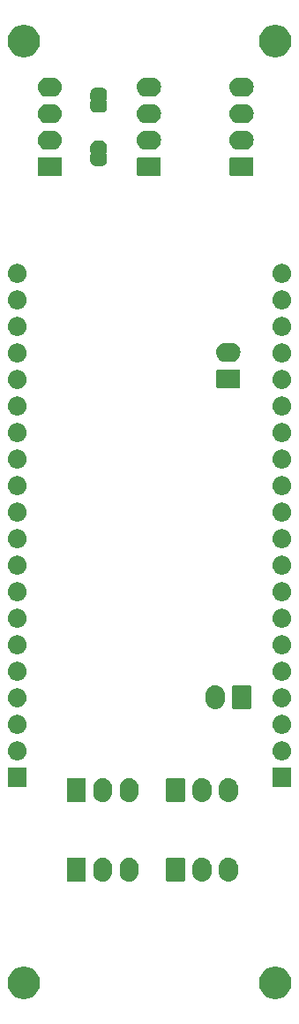
<source format=gbr>
G04 #@! TF.GenerationSoftware,KiCad,Pcbnew,(5.0.1-3-g963ef8bb5)*
G04 #@! TF.CreationDate,2019-03-13T16:51:20+03:00*
G04 #@! TF.ProjectId,sagitta-shield,736167697474612D736869656C642E6B,rev?*
G04 #@! TF.SameCoordinates,Original*
G04 #@! TF.FileFunction,Soldermask,Bot*
G04 #@! TF.FilePolarity,Negative*
%FSLAX46Y46*%
G04 Gerber Fmt 4.6, Leading zero omitted, Abs format (unit mm)*
G04 Created by KiCad (PCBNEW (5.0.1-3-g963ef8bb5)) date 2019 March 13, Wednesday 16:51:20*
%MOMM*%
%LPD*%
G01*
G04 APERTURE LIST*
%ADD10C,0.100000*%
G04 APERTURE END LIST*
D10*
G36*
X168550528Y-124649737D02*
X168650411Y-124669605D01*
X168932675Y-124786522D01*
X169186706Y-124956260D01*
X169402742Y-125172296D01*
X169572480Y-125426327D01*
X169689397Y-125708591D01*
X169749001Y-126008241D01*
X169749001Y-126313761D01*
X169689397Y-126613411D01*
X169572480Y-126895675D01*
X169402742Y-127149706D01*
X169186706Y-127365742D01*
X168932675Y-127535480D01*
X168650411Y-127652397D01*
X168550528Y-127672265D01*
X168350763Y-127712001D01*
X168045239Y-127712001D01*
X167845474Y-127672265D01*
X167745591Y-127652397D01*
X167463327Y-127535480D01*
X167209296Y-127365742D01*
X166993260Y-127149706D01*
X166823522Y-126895675D01*
X166706605Y-126613411D01*
X166647001Y-126313761D01*
X166647001Y-126008241D01*
X166706605Y-125708591D01*
X166823522Y-125426327D01*
X166993260Y-125172296D01*
X167209296Y-124956260D01*
X167463327Y-124786522D01*
X167745591Y-124669605D01*
X167845474Y-124649737D01*
X168045239Y-124610001D01*
X168350763Y-124610001D01*
X168550528Y-124649737D01*
X168550528Y-124649737D01*
G37*
G36*
X144420528Y-124649737D02*
X144520411Y-124669605D01*
X144802675Y-124786522D01*
X145056706Y-124956260D01*
X145272742Y-125172296D01*
X145442480Y-125426327D01*
X145559397Y-125708591D01*
X145619001Y-126008241D01*
X145619001Y-126313761D01*
X145559397Y-126613411D01*
X145442480Y-126895675D01*
X145272742Y-127149706D01*
X145056706Y-127365742D01*
X144802675Y-127535480D01*
X144520411Y-127652397D01*
X144420528Y-127672265D01*
X144220763Y-127712001D01*
X143915239Y-127712001D01*
X143715474Y-127672265D01*
X143615591Y-127652397D01*
X143333327Y-127535480D01*
X143079296Y-127365742D01*
X142863260Y-127149706D01*
X142693522Y-126895675D01*
X142576605Y-126613411D01*
X142517001Y-126313761D01*
X142517001Y-126008241D01*
X142576605Y-125708591D01*
X142693522Y-125426327D01*
X142863260Y-125172296D01*
X143079296Y-124956260D01*
X143333327Y-124786522D01*
X143615591Y-124669605D01*
X143715474Y-124649737D01*
X143915239Y-124610001D01*
X144220763Y-124610001D01*
X144420528Y-124649737D01*
X144420528Y-124649737D01*
G37*
G36*
X161343547Y-114178326D02*
X161459286Y-114213435D01*
X161517157Y-114230990D01*
X161538718Y-114242515D01*
X161677155Y-114316511D01*
X161817396Y-114431604D01*
X161932489Y-114571844D01*
X161972298Y-114646321D01*
X162018010Y-114731842D01*
X162035565Y-114789713D01*
X162070674Y-114905452D01*
X162084000Y-115040756D01*
X162084000Y-115591243D01*
X162070674Y-115726548D01*
X162018010Y-115900157D01*
X161932489Y-116060156D01*
X161817396Y-116200396D01*
X161677156Y-116315489D01*
X161658314Y-116325560D01*
X161517158Y-116401010D01*
X161470551Y-116415148D01*
X161343548Y-116453674D01*
X161163000Y-116471456D01*
X160982453Y-116453674D01*
X160855450Y-116415148D01*
X160808843Y-116401010D01*
X160667687Y-116325560D01*
X160648845Y-116315489D01*
X160508605Y-116200396D01*
X160393512Y-116060156D01*
X160353703Y-115985680D01*
X160307990Y-115900158D01*
X160290435Y-115842287D01*
X160255326Y-115726548D01*
X160242000Y-115591244D01*
X160242000Y-115040757D01*
X160255326Y-114905453D01*
X160307990Y-114731844D01*
X160307990Y-114731843D01*
X160339183Y-114673486D01*
X160393511Y-114571845D01*
X160508604Y-114431604D01*
X160648844Y-114316511D01*
X160785685Y-114243368D01*
X160808842Y-114230990D01*
X160866713Y-114213435D01*
X160982452Y-114178326D01*
X161163000Y-114160544D01*
X161343547Y-114178326D01*
X161343547Y-114178326D01*
G37*
G36*
X163883547Y-114178326D02*
X163999286Y-114213435D01*
X164057157Y-114230990D01*
X164078718Y-114242515D01*
X164217155Y-114316511D01*
X164357396Y-114431604D01*
X164472489Y-114571844D01*
X164512298Y-114646321D01*
X164558010Y-114731842D01*
X164575565Y-114789713D01*
X164610674Y-114905452D01*
X164624000Y-115040756D01*
X164624000Y-115591243D01*
X164610674Y-115726548D01*
X164558010Y-115900157D01*
X164472489Y-116060156D01*
X164357396Y-116200396D01*
X164217156Y-116315489D01*
X164198314Y-116325560D01*
X164057158Y-116401010D01*
X164010551Y-116415148D01*
X163883548Y-116453674D01*
X163703000Y-116471456D01*
X163522453Y-116453674D01*
X163395450Y-116415148D01*
X163348843Y-116401010D01*
X163207687Y-116325560D01*
X163188845Y-116315489D01*
X163048605Y-116200396D01*
X162933512Y-116060156D01*
X162893703Y-115985680D01*
X162847990Y-115900158D01*
X162830435Y-115842287D01*
X162795326Y-115726548D01*
X162782000Y-115591244D01*
X162782000Y-115040757D01*
X162795326Y-114905453D01*
X162847990Y-114731844D01*
X162847990Y-114731843D01*
X162879183Y-114673486D01*
X162933511Y-114571845D01*
X163048604Y-114431604D01*
X163188844Y-114316511D01*
X163325685Y-114243368D01*
X163348842Y-114230990D01*
X163406713Y-114213435D01*
X163522452Y-114178326D01*
X163703000Y-114160544D01*
X163883547Y-114178326D01*
X163883547Y-114178326D01*
G37*
G36*
X151818547Y-114178326D02*
X151934286Y-114213435D01*
X151992157Y-114230990D01*
X152013718Y-114242515D01*
X152152155Y-114316511D01*
X152292396Y-114431604D01*
X152407489Y-114571844D01*
X152447298Y-114646321D01*
X152493010Y-114731842D01*
X152510565Y-114789713D01*
X152545674Y-114905452D01*
X152559000Y-115040756D01*
X152559000Y-115591243D01*
X152545674Y-115726548D01*
X152493010Y-115900157D01*
X152407489Y-116060156D01*
X152292396Y-116200396D01*
X152152156Y-116315489D01*
X152133314Y-116325560D01*
X151992158Y-116401010D01*
X151945551Y-116415148D01*
X151818548Y-116453674D01*
X151638000Y-116471456D01*
X151457453Y-116453674D01*
X151330450Y-116415148D01*
X151283843Y-116401010D01*
X151142687Y-116325560D01*
X151123845Y-116315489D01*
X150983605Y-116200396D01*
X150868512Y-116060156D01*
X150828703Y-115985680D01*
X150782990Y-115900158D01*
X150765435Y-115842287D01*
X150730326Y-115726548D01*
X150717000Y-115591244D01*
X150717000Y-115040757D01*
X150730326Y-114905453D01*
X150782990Y-114731844D01*
X150782990Y-114731843D01*
X150814183Y-114673486D01*
X150868511Y-114571845D01*
X150983604Y-114431604D01*
X151123844Y-114316511D01*
X151260685Y-114243368D01*
X151283842Y-114230990D01*
X151341713Y-114213435D01*
X151457452Y-114178326D01*
X151638000Y-114160544D01*
X151818547Y-114178326D01*
X151818547Y-114178326D01*
G37*
G36*
X154358547Y-114178326D02*
X154474286Y-114213435D01*
X154532157Y-114230990D01*
X154553718Y-114242515D01*
X154692155Y-114316511D01*
X154832396Y-114431604D01*
X154947489Y-114571844D01*
X154987298Y-114646321D01*
X155033010Y-114731842D01*
X155050565Y-114789713D01*
X155085674Y-114905452D01*
X155099000Y-115040756D01*
X155099000Y-115591243D01*
X155085674Y-115726548D01*
X155033010Y-115900157D01*
X154947489Y-116060156D01*
X154832396Y-116200396D01*
X154692156Y-116315489D01*
X154673314Y-116325560D01*
X154532158Y-116401010D01*
X154485551Y-116415148D01*
X154358548Y-116453674D01*
X154178000Y-116471456D01*
X153997453Y-116453674D01*
X153870450Y-116415148D01*
X153823843Y-116401010D01*
X153682687Y-116325560D01*
X153663845Y-116315489D01*
X153523605Y-116200396D01*
X153408512Y-116060156D01*
X153368703Y-115985680D01*
X153322990Y-115900158D01*
X153305435Y-115842287D01*
X153270326Y-115726548D01*
X153257000Y-115591244D01*
X153257000Y-115040757D01*
X153270326Y-114905453D01*
X153322990Y-114731844D01*
X153322990Y-114731843D01*
X153354183Y-114673486D01*
X153408511Y-114571845D01*
X153523604Y-114431604D01*
X153663844Y-114316511D01*
X153800685Y-114243368D01*
X153823842Y-114230990D01*
X153881713Y-114213435D01*
X153997452Y-114178326D01*
X154178000Y-114160544D01*
X154358547Y-114178326D01*
X154358547Y-114178326D01*
G37*
G36*
X159402560Y-114168966D02*
X159435383Y-114178923D01*
X159465632Y-114195092D01*
X159492148Y-114216852D01*
X159513908Y-114243368D01*
X159530077Y-114273617D01*
X159540034Y-114306440D01*
X159544000Y-114346712D01*
X159544000Y-116285288D01*
X159540034Y-116325560D01*
X159530077Y-116358383D01*
X159513908Y-116388632D01*
X159492148Y-116415148D01*
X159465632Y-116436908D01*
X159435383Y-116453077D01*
X159402560Y-116463034D01*
X159362288Y-116467000D01*
X157883712Y-116467000D01*
X157843440Y-116463034D01*
X157810617Y-116453077D01*
X157780368Y-116436908D01*
X157753852Y-116415148D01*
X157732092Y-116388632D01*
X157715923Y-116358383D01*
X157705966Y-116325560D01*
X157702000Y-116285288D01*
X157702000Y-114346712D01*
X157705966Y-114306440D01*
X157715923Y-114273617D01*
X157732092Y-114243368D01*
X157753852Y-114216852D01*
X157780368Y-114195092D01*
X157810617Y-114178923D01*
X157843440Y-114168966D01*
X157883712Y-114165000D01*
X159362288Y-114165000D01*
X159402560Y-114168966D01*
X159402560Y-114168966D01*
G37*
G36*
X149877560Y-114168966D02*
X149910383Y-114178923D01*
X149940632Y-114195092D01*
X149967148Y-114216852D01*
X149988908Y-114243368D01*
X150005077Y-114273617D01*
X150015034Y-114306440D01*
X150019000Y-114346712D01*
X150019000Y-116285288D01*
X150015034Y-116325560D01*
X150005077Y-116358383D01*
X149988908Y-116388632D01*
X149967148Y-116415148D01*
X149940632Y-116436908D01*
X149910383Y-116453077D01*
X149877560Y-116463034D01*
X149837288Y-116467000D01*
X148358712Y-116467000D01*
X148318440Y-116463034D01*
X148285617Y-116453077D01*
X148255368Y-116436908D01*
X148228852Y-116415148D01*
X148207092Y-116388632D01*
X148190923Y-116358383D01*
X148180966Y-116325560D01*
X148177000Y-116285288D01*
X148177000Y-114346712D01*
X148180966Y-114306440D01*
X148190923Y-114273617D01*
X148207092Y-114243368D01*
X148228852Y-114216852D01*
X148255368Y-114195092D01*
X148285617Y-114178923D01*
X148318440Y-114168966D01*
X148358712Y-114165000D01*
X149837288Y-114165000D01*
X149877560Y-114168966D01*
X149877560Y-114168966D01*
G37*
G36*
X161343547Y-106558326D02*
X161459286Y-106593435D01*
X161517157Y-106610990D01*
X161538718Y-106622515D01*
X161677155Y-106696511D01*
X161817396Y-106811604D01*
X161932489Y-106951844D01*
X161972298Y-107026321D01*
X162018010Y-107111842D01*
X162035565Y-107169713D01*
X162070674Y-107285452D01*
X162084000Y-107420756D01*
X162084000Y-107971243D01*
X162070674Y-108106548D01*
X162018010Y-108280157D01*
X161932489Y-108440156D01*
X161817396Y-108580396D01*
X161677156Y-108695489D01*
X161658314Y-108705560D01*
X161517158Y-108781010D01*
X161470551Y-108795148D01*
X161343548Y-108833674D01*
X161163000Y-108851456D01*
X160982453Y-108833674D01*
X160855450Y-108795148D01*
X160808843Y-108781010D01*
X160667687Y-108705560D01*
X160648845Y-108695489D01*
X160508605Y-108580396D01*
X160393512Y-108440156D01*
X160353703Y-108365680D01*
X160307990Y-108280158D01*
X160290435Y-108222287D01*
X160255326Y-108106548D01*
X160242000Y-107971244D01*
X160242000Y-107420757D01*
X160255326Y-107285453D01*
X160307990Y-107111844D01*
X160307990Y-107111843D01*
X160339183Y-107053486D01*
X160393511Y-106951845D01*
X160508604Y-106811604D01*
X160648844Y-106696511D01*
X160785685Y-106623368D01*
X160808842Y-106610990D01*
X160866713Y-106593435D01*
X160982452Y-106558326D01*
X161163000Y-106540544D01*
X161343547Y-106558326D01*
X161343547Y-106558326D01*
G37*
G36*
X154358547Y-106558326D02*
X154474286Y-106593435D01*
X154532157Y-106610990D01*
X154553718Y-106622515D01*
X154692155Y-106696511D01*
X154832396Y-106811604D01*
X154947489Y-106951844D01*
X154987298Y-107026321D01*
X155033010Y-107111842D01*
X155050565Y-107169713D01*
X155085674Y-107285452D01*
X155099000Y-107420756D01*
X155099000Y-107971243D01*
X155085674Y-108106548D01*
X155033010Y-108280157D01*
X154947489Y-108440156D01*
X154832396Y-108580396D01*
X154692156Y-108695489D01*
X154673314Y-108705560D01*
X154532158Y-108781010D01*
X154485551Y-108795148D01*
X154358548Y-108833674D01*
X154178000Y-108851456D01*
X153997453Y-108833674D01*
X153870450Y-108795148D01*
X153823843Y-108781010D01*
X153682687Y-108705560D01*
X153663845Y-108695489D01*
X153523605Y-108580396D01*
X153408512Y-108440156D01*
X153368703Y-108365680D01*
X153322990Y-108280158D01*
X153305435Y-108222287D01*
X153270326Y-108106548D01*
X153257000Y-107971244D01*
X153257000Y-107420757D01*
X153270326Y-107285453D01*
X153322990Y-107111844D01*
X153322990Y-107111843D01*
X153354183Y-107053486D01*
X153408511Y-106951845D01*
X153523604Y-106811604D01*
X153663844Y-106696511D01*
X153800685Y-106623368D01*
X153823842Y-106610990D01*
X153881713Y-106593435D01*
X153997452Y-106558326D01*
X154178000Y-106540544D01*
X154358547Y-106558326D01*
X154358547Y-106558326D01*
G37*
G36*
X151818547Y-106558326D02*
X151934286Y-106593435D01*
X151992157Y-106610990D01*
X152013718Y-106622515D01*
X152152155Y-106696511D01*
X152292396Y-106811604D01*
X152407489Y-106951844D01*
X152447298Y-107026321D01*
X152493010Y-107111842D01*
X152510565Y-107169713D01*
X152545674Y-107285452D01*
X152559000Y-107420756D01*
X152559000Y-107971243D01*
X152545674Y-108106548D01*
X152493010Y-108280157D01*
X152407489Y-108440156D01*
X152292396Y-108580396D01*
X152152156Y-108695489D01*
X152133314Y-108705560D01*
X151992158Y-108781010D01*
X151945551Y-108795148D01*
X151818548Y-108833674D01*
X151638000Y-108851456D01*
X151457453Y-108833674D01*
X151330450Y-108795148D01*
X151283843Y-108781010D01*
X151142687Y-108705560D01*
X151123845Y-108695489D01*
X150983605Y-108580396D01*
X150868512Y-108440156D01*
X150828703Y-108365680D01*
X150782990Y-108280158D01*
X150765435Y-108222287D01*
X150730326Y-108106548D01*
X150717000Y-107971244D01*
X150717000Y-107420757D01*
X150730326Y-107285453D01*
X150782990Y-107111844D01*
X150782990Y-107111843D01*
X150814183Y-107053486D01*
X150868511Y-106951845D01*
X150983604Y-106811604D01*
X151123844Y-106696511D01*
X151260685Y-106623368D01*
X151283842Y-106610990D01*
X151341713Y-106593435D01*
X151457452Y-106558326D01*
X151638000Y-106540544D01*
X151818547Y-106558326D01*
X151818547Y-106558326D01*
G37*
G36*
X163883547Y-106558326D02*
X163999286Y-106593435D01*
X164057157Y-106610990D01*
X164078718Y-106622515D01*
X164217155Y-106696511D01*
X164357396Y-106811604D01*
X164472489Y-106951844D01*
X164512298Y-107026321D01*
X164558010Y-107111842D01*
X164575565Y-107169713D01*
X164610674Y-107285452D01*
X164624000Y-107420756D01*
X164624000Y-107971243D01*
X164610674Y-108106548D01*
X164558010Y-108280157D01*
X164472489Y-108440156D01*
X164357396Y-108580396D01*
X164217156Y-108695489D01*
X164198314Y-108705560D01*
X164057158Y-108781010D01*
X164010551Y-108795148D01*
X163883548Y-108833674D01*
X163703000Y-108851456D01*
X163522453Y-108833674D01*
X163395450Y-108795148D01*
X163348843Y-108781010D01*
X163207687Y-108705560D01*
X163188845Y-108695489D01*
X163048605Y-108580396D01*
X162933512Y-108440156D01*
X162893703Y-108365680D01*
X162847990Y-108280158D01*
X162830435Y-108222287D01*
X162795326Y-108106548D01*
X162782000Y-107971244D01*
X162782000Y-107420757D01*
X162795326Y-107285453D01*
X162847990Y-107111844D01*
X162847990Y-107111843D01*
X162879183Y-107053486D01*
X162933511Y-106951845D01*
X163048604Y-106811604D01*
X163188844Y-106696511D01*
X163325685Y-106623368D01*
X163348842Y-106610990D01*
X163406713Y-106593435D01*
X163522452Y-106558326D01*
X163703000Y-106540544D01*
X163883547Y-106558326D01*
X163883547Y-106558326D01*
G37*
G36*
X159402560Y-106548966D02*
X159435383Y-106558923D01*
X159465632Y-106575092D01*
X159492148Y-106596852D01*
X159513908Y-106623368D01*
X159530077Y-106653617D01*
X159540034Y-106686440D01*
X159544000Y-106726712D01*
X159544000Y-108665288D01*
X159540034Y-108705560D01*
X159530077Y-108738383D01*
X159513908Y-108768632D01*
X159492148Y-108795148D01*
X159465632Y-108816908D01*
X159435383Y-108833077D01*
X159402560Y-108843034D01*
X159362288Y-108847000D01*
X157883712Y-108847000D01*
X157843440Y-108843034D01*
X157810617Y-108833077D01*
X157780368Y-108816908D01*
X157753852Y-108795148D01*
X157732092Y-108768632D01*
X157715923Y-108738383D01*
X157705966Y-108705560D01*
X157702000Y-108665288D01*
X157702000Y-106726712D01*
X157705966Y-106686440D01*
X157715923Y-106653617D01*
X157732092Y-106623368D01*
X157753852Y-106596852D01*
X157780368Y-106575092D01*
X157810617Y-106558923D01*
X157843440Y-106548966D01*
X157883712Y-106545000D01*
X159362288Y-106545000D01*
X159402560Y-106548966D01*
X159402560Y-106548966D01*
G37*
G36*
X149877560Y-106548966D02*
X149910383Y-106558923D01*
X149940632Y-106575092D01*
X149967148Y-106596852D01*
X149988908Y-106623368D01*
X150005077Y-106653617D01*
X150015034Y-106686440D01*
X150019000Y-106726712D01*
X150019000Y-108665288D01*
X150015034Y-108705560D01*
X150005077Y-108738383D01*
X149988908Y-108768632D01*
X149967148Y-108795148D01*
X149940632Y-108816908D01*
X149910383Y-108833077D01*
X149877560Y-108843034D01*
X149837288Y-108847000D01*
X148358712Y-108847000D01*
X148318440Y-108843034D01*
X148285617Y-108833077D01*
X148255368Y-108816908D01*
X148228852Y-108795148D01*
X148207092Y-108768632D01*
X148190923Y-108738383D01*
X148180966Y-108705560D01*
X148177000Y-108665288D01*
X148177000Y-106726712D01*
X148180966Y-106686440D01*
X148190923Y-106653617D01*
X148207092Y-106623368D01*
X148228852Y-106596852D01*
X148255368Y-106575092D01*
X148285617Y-106558923D01*
X148318440Y-106548966D01*
X148358712Y-106545000D01*
X149837288Y-106545000D01*
X149877560Y-106548966D01*
X149877560Y-106548966D01*
G37*
G36*
X144340071Y-107375093D02*
X142538071Y-107375093D01*
X142538071Y-105573093D01*
X144340071Y-105573093D01*
X144340071Y-107375093D01*
X144340071Y-107375093D01*
G37*
G36*
X169740071Y-107375093D02*
X167938071Y-107375093D01*
X167938071Y-105573093D01*
X169740071Y-105573093D01*
X169740071Y-107375093D01*
X169740071Y-107375093D01*
G37*
G36*
X143549513Y-103039611D02*
X143615698Y-103046130D01*
X143728924Y-103080477D01*
X143785538Y-103097650D01*
X143924158Y-103171745D01*
X143942062Y-103181315D01*
X143977800Y-103210645D01*
X144079257Y-103293907D01*
X144162519Y-103395364D01*
X144191849Y-103431102D01*
X144191850Y-103431104D01*
X144275514Y-103587626D01*
X144275514Y-103587627D01*
X144327034Y-103757466D01*
X144344430Y-103934093D01*
X144327034Y-104110720D01*
X144292687Y-104223946D01*
X144275514Y-104280560D01*
X144201419Y-104419180D01*
X144191849Y-104437084D01*
X144162519Y-104472822D01*
X144079257Y-104574279D01*
X143977800Y-104657541D01*
X143942062Y-104686871D01*
X143942060Y-104686872D01*
X143785538Y-104770536D01*
X143728924Y-104787709D01*
X143615698Y-104822056D01*
X143549513Y-104828575D01*
X143483331Y-104835093D01*
X143394811Y-104835093D01*
X143328629Y-104828575D01*
X143262444Y-104822056D01*
X143149218Y-104787709D01*
X143092604Y-104770536D01*
X142936082Y-104686872D01*
X142936080Y-104686871D01*
X142900342Y-104657541D01*
X142798885Y-104574279D01*
X142715623Y-104472822D01*
X142686293Y-104437084D01*
X142676723Y-104419180D01*
X142602628Y-104280560D01*
X142585455Y-104223946D01*
X142551108Y-104110720D01*
X142533712Y-103934093D01*
X142551108Y-103757466D01*
X142602628Y-103587627D01*
X142602628Y-103587626D01*
X142686292Y-103431104D01*
X142686293Y-103431102D01*
X142715623Y-103395364D01*
X142798885Y-103293907D01*
X142900342Y-103210645D01*
X142936080Y-103181315D01*
X142953984Y-103171745D01*
X143092604Y-103097650D01*
X143149218Y-103080477D01*
X143262444Y-103046130D01*
X143328629Y-103039611D01*
X143394811Y-103033093D01*
X143483331Y-103033093D01*
X143549513Y-103039611D01*
X143549513Y-103039611D01*
G37*
G36*
X168949513Y-103039611D02*
X169015698Y-103046130D01*
X169128924Y-103080477D01*
X169185538Y-103097650D01*
X169324158Y-103171745D01*
X169342062Y-103181315D01*
X169377800Y-103210645D01*
X169479257Y-103293907D01*
X169562519Y-103395364D01*
X169591849Y-103431102D01*
X169591850Y-103431104D01*
X169675514Y-103587626D01*
X169675514Y-103587627D01*
X169727034Y-103757466D01*
X169744430Y-103934093D01*
X169727034Y-104110720D01*
X169692687Y-104223946D01*
X169675514Y-104280560D01*
X169601419Y-104419180D01*
X169591849Y-104437084D01*
X169562519Y-104472822D01*
X169479257Y-104574279D01*
X169377800Y-104657541D01*
X169342062Y-104686871D01*
X169342060Y-104686872D01*
X169185538Y-104770536D01*
X169128924Y-104787709D01*
X169015698Y-104822056D01*
X168949513Y-104828575D01*
X168883331Y-104835093D01*
X168794811Y-104835093D01*
X168728629Y-104828575D01*
X168662444Y-104822056D01*
X168549218Y-104787709D01*
X168492604Y-104770536D01*
X168336082Y-104686872D01*
X168336080Y-104686871D01*
X168300342Y-104657541D01*
X168198885Y-104574279D01*
X168115623Y-104472822D01*
X168086293Y-104437084D01*
X168076723Y-104419180D01*
X168002628Y-104280560D01*
X167985455Y-104223946D01*
X167951108Y-104110720D01*
X167933712Y-103934093D01*
X167951108Y-103757466D01*
X168002628Y-103587627D01*
X168002628Y-103587626D01*
X168086292Y-103431104D01*
X168086293Y-103431102D01*
X168115623Y-103395364D01*
X168198885Y-103293907D01*
X168300342Y-103210645D01*
X168336080Y-103181315D01*
X168353984Y-103171745D01*
X168492604Y-103097650D01*
X168549218Y-103080477D01*
X168662444Y-103046130D01*
X168728629Y-103039611D01*
X168794811Y-103033093D01*
X168883331Y-103033093D01*
X168949513Y-103039611D01*
X168949513Y-103039611D01*
G37*
G36*
X143549514Y-100499612D02*
X143615698Y-100506130D01*
X143728924Y-100540477D01*
X143785538Y-100557650D01*
X143924158Y-100631745D01*
X143942062Y-100641315D01*
X143977800Y-100670645D01*
X144079257Y-100753907D01*
X144162519Y-100855364D01*
X144191849Y-100891102D01*
X144191850Y-100891104D01*
X144275514Y-101047626D01*
X144275514Y-101047627D01*
X144327034Y-101217466D01*
X144344430Y-101394093D01*
X144327034Y-101570720D01*
X144292687Y-101683946D01*
X144275514Y-101740560D01*
X144201419Y-101879180D01*
X144191849Y-101897084D01*
X144162519Y-101932822D01*
X144079257Y-102034279D01*
X143977800Y-102117541D01*
X143942062Y-102146871D01*
X143942060Y-102146872D01*
X143785538Y-102230536D01*
X143728924Y-102247709D01*
X143615698Y-102282056D01*
X143549513Y-102288575D01*
X143483331Y-102295093D01*
X143394811Y-102295093D01*
X143328629Y-102288575D01*
X143262444Y-102282056D01*
X143149218Y-102247709D01*
X143092604Y-102230536D01*
X142936082Y-102146872D01*
X142936080Y-102146871D01*
X142900342Y-102117541D01*
X142798885Y-102034279D01*
X142715623Y-101932822D01*
X142686293Y-101897084D01*
X142676723Y-101879180D01*
X142602628Y-101740560D01*
X142585455Y-101683946D01*
X142551108Y-101570720D01*
X142533712Y-101394093D01*
X142551108Y-101217466D01*
X142602628Y-101047627D01*
X142602628Y-101047626D01*
X142686292Y-100891104D01*
X142686293Y-100891102D01*
X142715623Y-100855364D01*
X142798885Y-100753907D01*
X142900342Y-100670645D01*
X142936080Y-100641315D01*
X142953984Y-100631745D01*
X143092604Y-100557650D01*
X143149218Y-100540477D01*
X143262444Y-100506130D01*
X143328628Y-100499612D01*
X143394811Y-100493093D01*
X143483331Y-100493093D01*
X143549514Y-100499612D01*
X143549514Y-100499612D01*
G37*
G36*
X168949514Y-100499612D02*
X169015698Y-100506130D01*
X169128924Y-100540477D01*
X169185538Y-100557650D01*
X169324158Y-100631745D01*
X169342062Y-100641315D01*
X169377800Y-100670645D01*
X169479257Y-100753907D01*
X169562519Y-100855364D01*
X169591849Y-100891102D01*
X169591850Y-100891104D01*
X169675514Y-101047626D01*
X169675514Y-101047627D01*
X169727034Y-101217466D01*
X169744430Y-101394093D01*
X169727034Y-101570720D01*
X169692687Y-101683946D01*
X169675514Y-101740560D01*
X169601419Y-101879180D01*
X169591849Y-101897084D01*
X169562519Y-101932822D01*
X169479257Y-102034279D01*
X169377800Y-102117541D01*
X169342062Y-102146871D01*
X169342060Y-102146872D01*
X169185538Y-102230536D01*
X169128924Y-102247709D01*
X169015698Y-102282056D01*
X168949513Y-102288575D01*
X168883331Y-102295093D01*
X168794811Y-102295093D01*
X168728629Y-102288575D01*
X168662444Y-102282056D01*
X168549218Y-102247709D01*
X168492604Y-102230536D01*
X168336082Y-102146872D01*
X168336080Y-102146871D01*
X168300342Y-102117541D01*
X168198885Y-102034279D01*
X168115623Y-101932822D01*
X168086293Y-101897084D01*
X168076723Y-101879180D01*
X168002628Y-101740560D01*
X167985455Y-101683946D01*
X167951108Y-101570720D01*
X167933712Y-101394093D01*
X167951108Y-101217466D01*
X168002628Y-101047627D01*
X168002628Y-101047626D01*
X168086292Y-100891104D01*
X168086293Y-100891102D01*
X168115623Y-100855364D01*
X168198885Y-100753907D01*
X168300342Y-100670645D01*
X168336080Y-100641315D01*
X168353984Y-100631745D01*
X168492604Y-100557650D01*
X168549218Y-100540477D01*
X168662444Y-100506130D01*
X168728628Y-100499612D01*
X168794811Y-100493093D01*
X168883331Y-100493093D01*
X168949514Y-100499612D01*
X168949514Y-100499612D01*
G37*
G36*
X162613548Y-97668326D02*
X162729287Y-97703435D01*
X162787158Y-97720990D01*
X162810315Y-97733368D01*
X162947156Y-97806511D01*
X163087396Y-97921604D01*
X163202489Y-98061844D01*
X163288010Y-98221843D01*
X163340674Y-98395452D01*
X163354000Y-98530757D01*
X163354000Y-99081244D01*
X163340674Y-99216548D01*
X163305565Y-99332287D01*
X163288010Y-99390158D01*
X163242298Y-99475679D01*
X163202489Y-99550156D01*
X163087396Y-99690396D01*
X162947155Y-99805489D01*
X162845514Y-99859817D01*
X162787157Y-99891010D01*
X162740550Y-99905148D01*
X162613547Y-99943674D01*
X162433000Y-99961456D01*
X162252452Y-99943674D01*
X162125449Y-99905148D01*
X162078842Y-99891010D01*
X161937686Y-99815560D01*
X161918844Y-99805489D01*
X161778604Y-99690396D01*
X161663511Y-99550155D01*
X161577991Y-99390158D01*
X161577990Y-99390157D01*
X161560435Y-99332286D01*
X161525326Y-99216547D01*
X161512000Y-99081243D01*
X161512000Y-98530756D01*
X161525326Y-98395452D01*
X161577990Y-98221843D01*
X161577990Y-98221842D01*
X161663513Y-98061843D01*
X161699782Y-98017650D01*
X161778605Y-97921604D01*
X161918845Y-97806511D01*
X162055686Y-97733368D01*
X162078843Y-97720990D01*
X162136714Y-97703435D01*
X162252453Y-97668326D01*
X162433000Y-97650544D01*
X162613548Y-97668326D01*
X162613548Y-97668326D01*
G37*
G36*
X165752560Y-97658966D02*
X165785383Y-97668923D01*
X165815632Y-97685092D01*
X165842148Y-97706852D01*
X165863908Y-97733368D01*
X165880077Y-97763617D01*
X165890034Y-97796440D01*
X165894000Y-97836712D01*
X165894000Y-99775288D01*
X165890034Y-99815560D01*
X165880077Y-99848383D01*
X165863908Y-99878632D01*
X165842148Y-99905148D01*
X165815632Y-99926908D01*
X165785383Y-99943077D01*
X165752560Y-99953034D01*
X165712288Y-99957000D01*
X164233712Y-99957000D01*
X164193440Y-99953034D01*
X164160617Y-99943077D01*
X164130368Y-99926908D01*
X164103852Y-99905148D01*
X164082092Y-99878632D01*
X164065923Y-99848383D01*
X164055966Y-99815560D01*
X164052000Y-99775288D01*
X164052000Y-97836712D01*
X164055966Y-97796440D01*
X164065923Y-97763617D01*
X164082092Y-97733368D01*
X164103852Y-97706852D01*
X164130368Y-97685092D01*
X164160617Y-97668923D01*
X164193440Y-97658966D01*
X164233712Y-97655000D01*
X165712288Y-97655000D01*
X165752560Y-97658966D01*
X165752560Y-97658966D01*
G37*
G36*
X143549513Y-97959611D02*
X143615698Y-97966130D01*
X143728924Y-98000477D01*
X143785538Y-98017650D01*
X143868216Y-98061843D01*
X143942062Y-98101315D01*
X143977800Y-98130645D01*
X144079257Y-98213907D01*
X144162519Y-98315364D01*
X144191849Y-98351102D01*
X144191850Y-98351104D01*
X144275514Y-98507626D01*
X144292687Y-98564240D01*
X144327034Y-98677466D01*
X144344430Y-98854093D01*
X144327034Y-99030720D01*
X144311707Y-99081245D01*
X144275514Y-99200560D01*
X144266968Y-99216548D01*
X144191849Y-99357084D01*
X144164707Y-99390156D01*
X144079257Y-99494279D01*
X144011168Y-99550157D01*
X143942062Y-99606871D01*
X143942060Y-99606872D01*
X143785538Y-99690536D01*
X143728924Y-99707709D01*
X143615698Y-99742056D01*
X143549514Y-99748574D01*
X143483331Y-99755093D01*
X143394811Y-99755093D01*
X143328628Y-99748574D01*
X143262444Y-99742056D01*
X143149218Y-99707709D01*
X143092604Y-99690536D01*
X142936082Y-99606872D01*
X142936080Y-99606871D01*
X142866974Y-99550157D01*
X142798885Y-99494279D01*
X142713435Y-99390156D01*
X142686293Y-99357084D01*
X142611174Y-99216548D01*
X142602628Y-99200560D01*
X142566435Y-99081245D01*
X142551108Y-99030720D01*
X142533712Y-98854093D01*
X142551108Y-98677466D01*
X142585455Y-98564240D01*
X142602628Y-98507626D01*
X142686292Y-98351104D01*
X142686293Y-98351102D01*
X142715623Y-98315364D01*
X142798885Y-98213907D01*
X142900342Y-98130645D01*
X142936080Y-98101315D01*
X143009926Y-98061843D01*
X143092604Y-98017650D01*
X143149218Y-98000477D01*
X143262444Y-97966130D01*
X143328629Y-97959611D01*
X143394811Y-97953093D01*
X143483331Y-97953093D01*
X143549513Y-97959611D01*
X143549513Y-97959611D01*
G37*
G36*
X168949513Y-97959611D02*
X169015698Y-97966130D01*
X169128924Y-98000477D01*
X169185538Y-98017650D01*
X169268216Y-98061843D01*
X169342062Y-98101315D01*
X169377800Y-98130645D01*
X169479257Y-98213907D01*
X169562519Y-98315364D01*
X169591849Y-98351102D01*
X169591850Y-98351104D01*
X169675514Y-98507626D01*
X169692687Y-98564240D01*
X169727034Y-98677466D01*
X169744430Y-98854093D01*
X169727034Y-99030720D01*
X169711707Y-99081245D01*
X169675514Y-99200560D01*
X169666968Y-99216548D01*
X169591849Y-99357084D01*
X169564707Y-99390156D01*
X169479257Y-99494279D01*
X169411168Y-99550157D01*
X169342062Y-99606871D01*
X169342060Y-99606872D01*
X169185538Y-99690536D01*
X169128924Y-99707709D01*
X169015698Y-99742056D01*
X168949514Y-99748574D01*
X168883331Y-99755093D01*
X168794811Y-99755093D01*
X168728628Y-99748574D01*
X168662444Y-99742056D01*
X168549218Y-99707709D01*
X168492604Y-99690536D01*
X168336082Y-99606872D01*
X168336080Y-99606871D01*
X168266974Y-99550157D01*
X168198885Y-99494279D01*
X168113435Y-99390156D01*
X168086293Y-99357084D01*
X168011174Y-99216548D01*
X168002628Y-99200560D01*
X167966435Y-99081245D01*
X167951108Y-99030720D01*
X167933712Y-98854093D01*
X167951108Y-98677466D01*
X167985455Y-98564240D01*
X168002628Y-98507626D01*
X168086292Y-98351104D01*
X168086293Y-98351102D01*
X168115623Y-98315364D01*
X168198885Y-98213907D01*
X168300342Y-98130645D01*
X168336080Y-98101315D01*
X168409926Y-98061843D01*
X168492604Y-98017650D01*
X168549218Y-98000477D01*
X168662444Y-97966130D01*
X168728629Y-97959611D01*
X168794811Y-97953093D01*
X168883331Y-97953093D01*
X168949513Y-97959611D01*
X168949513Y-97959611D01*
G37*
G36*
X143549513Y-95419611D02*
X143615698Y-95426130D01*
X143728924Y-95460477D01*
X143785538Y-95477650D01*
X143924158Y-95551745D01*
X143942062Y-95561315D01*
X143977800Y-95590645D01*
X144079257Y-95673907D01*
X144162519Y-95775364D01*
X144191849Y-95811102D01*
X144191850Y-95811104D01*
X144275514Y-95967626D01*
X144275514Y-95967627D01*
X144327034Y-96137466D01*
X144344430Y-96314093D01*
X144327034Y-96490720D01*
X144292687Y-96603946D01*
X144275514Y-96660560D01*
X144201419Y-96799180D01*
X144191849Y-96817084D01*
X144162519Y-96852822D01*
X144079257Y-96954279D01*
X143977800Y-97037541D01*
X143942062Y-97066871D01*
X143942060Y-97066872D01*
X143785538Y-97150536D01*
X143728924Y-97167709D01*
X143615698Y-97202056D01*
X143549513Y-97208575D01*
X143483331Y-97215093D01*
X143394811Y-97215093D01*
X143328629Y-97208575D01*
X143262444Y-97202056D01*
X143149218Y-97167709D01*
X143092604Y-97150536D01*
X142936082Y-97066872D01*
X142936080Y-97066871D01*
X142900342Y-97037541D01*
X142798885Y-96954279D01*
X142715623Y-96852822D01*
X142686293Y-96817084D01*
X142676723Y-96799180D01*
X142602628Y-96660560D01*
X142585455Y-96603946D01*
X142551108Y-96490720D01*
X142533712Y-96314093D01*
X142551108Y-96137466D01*
X142602628Y-95967627D01*
X142602628Y-95967626D01*
X142686292Y-95811104D01*
X142686293Y-95811102D01*
X142715623Y-95775364D01*
X142798885Y-95673907D01*
X142900342Y-95590645D01*
X142936080Y-95561315D01*
X142953984Y-95551745D01*
X143092604Y-95477650D01*
X143149218Y-95460477D01*
X143262444Y-95426130D01*
X143328629Y-95419611D01*
X143394811Y-95413093D01*
X143483331Y-95413093D01*
X143549513Y-95419611D01*
X143549513Y-95419611D01*
G37*
G36*
X168949513Y-95419611D02*
X169015698Y-95426130D01*
X169128924Y-95460477D01*
X169185538Y-95477650D01*
X169324158Y-95551745D01*
X169342062Y-95561315D01*
X169377800Y-95590645D01*
X169479257Y-95673907D01*
X169562519Y-95775364D01*
X169591849Y-95811102D01*
X169591850Y-95811104D01*
X169675514Y-95967626D01*
X169675514Y-95967627D01*
X169727034Y-96137466D01*
X169744430Y-96314093D01*
X169727034Y-96490720D01*
X169692687Y-96603946D01*
X169675514Y-96660560D01*
X169601419Y-96799180D01*
X169591849Y-96817084D01*
X169562519Y-96852822D01*
X169479257Y-96954279D01*
X169377800Y-97037541D01*
X169342062Y-97066871D01*
X169342060Y-97066872D01*
X169185538Y-97150536D01*
X169128924Y-97167709D01*
X169015698Y-97202056D01*
X168949513Y-97208575D01*
X168883331Y-97215093D01*
X168794811Y-97215093D01*
X168728629Y-97208575D01*
X168662444Y-97202056D01*
X168549218Y-97167709D01*
X168492604Y-97150536D01*
X168336082Y-97066872D01*
X168336080Y-97066871D01*
X168300342Y-97037541D01*
X168198885Y-96954279D01*
X168115623Y-96852822D01*
X168086293Y-96817084D01*
X168076723Y-96799180D01*
X168002628Y-96660560D01*
X167985455Y-96603946D01*
X167951108Y-96490720D01*
X167933712Y-96314093D01*
X167951108Y-96137466D01*
X168002628Y-95967627D01*
X168002628Y-95967626D01*
X168086292Y-95811104D01*
X168086293Y-95811102D01*
X168115623Y-95775364D01*
X168198885Y-95673907D01*
X168300342Y-95590645D01*
X168336080Y-95561315D01*
X168353984Y-95551745D01*
X168492604Y-95477650D01*
X168549218Y-95460477D01*
X168662444Y-95426130D01*
X168728629Y-95419611D01*
X168794811Y-95413093D01*
X168883331Y-95413093D01*
X168949513Y-95419611D01*
X168949513Y-95419611D01*
G37*
G36*
X168949514Y-92879612D02*
X169015698Y-92886130D01*
X169128924Y-92920477D01*
X169185538Y-92937650D01*
X169324158Y-93011745D01*
X169342062Y-93021315D01*
X169377800Y-93050645D01*
X169479257Y-93133907D01*
X169562519Y-93235364D01*
X169591849Y-93271102D01*
X169591850Y-93271104D01*
X169675514Y-93427626D01*
X169675514Y-93427627D01*
X169727034Y-93597466D01*
X169744430Y-93774093D01*
X169727034Y-93950720D01*
X169692687Y-94063946D01*
X169675514Y-94120560D01*
X169601419Y-94259180D01*
X169591849Y-94277084D01*
X169562519Y-94312822D01*
X169479257Y-94414279D01*
X169377800Y-94497541D01*
X169342062Y-94526871D01*
X169342060Y-94526872D01*
X169185538Y-94610536D01*
X169128924Y-94627709D01*
X169015698Y-94662056D01*
X168949514Y-94668574D01*
X168883331Y-94675093D01*
X168794811Y-94675093D01*
X168728629Y-94668575D01*
X168662444Y-94662056D01*
X168549218Y-94627709D01*
X168492604Y-94610536D01*
X168336082Y-94526872D01*
X168336080Y-94526871D01*
X168300342Y-94497541D01*
X168198885Y-94414279D01*
X168115623Y-94312822D01*
X168086293Y-94277084D01*
X168076723Y-94259180D01*
X168002628Y-94120560D01*
X167985455Y-94063946D01*
X167951108Y-93950720D01*
X167933712Y-93774093D01*
X167951108Y-93597466D01*
X168002628Y-93427627D01*
X168002628Y-93427626D01*
X168086292Y-93271104D01*
X168086293Y-93271102D01*
X168115623Y-93235364D01*
X168198885Y-93133907D01*
X168300342Y-93050645D01*
X168336080Y-93021315D01*
X168353984Y-93011745D01*
X168492604Y-92937650D01*
X168549218Y-92920477D01*
X168662444Y-92886130D01*
X168728628Y-92879612D01*
X168794811Y-92873093D01*
X168883331Y-92873093D01*
X168949514Y-92879612D01*
X168949514Y-92879612D01*
G37*
G36*
X143549514Y-92879612D02*
X143615698Y-92886130D01*
X143728924Y-92920477D01*
X143785538Y-92937650D01*
X143924158Y-93011745D01*
X143942062Y-93021315D01*
X143977800Y-93050645D01*
X144079257Y-93133907D01*
X144162519Y-93235364D01*
X144191849Y-93271102D01*
X144191850Y-93271104D01*
X144275514Y-93427626D01*
X144275514Y-93427627D01*
X144327034Y-93597466D01*
X144344430Y-93774093D01*
X144327034Y-93950720D01*
X144292687Y-94063946D01*
X144275514Y-94120560D01*
X144201419Y-94259180D01*
X144191849Y-94277084D01*
X144162519Y-94312822D01*
X144079257Y-94414279D01*
X143977800Y-94497541D01*
X143942062Y-94526871D01*
X143942060Y-94526872D01*
X143785538Y-94610536D01*
X143728924Y-94627709D01*
X143615698Y-94662056D01*
X143549514Y-94668574D01*
X143483331Y-94675093D01*
X143394811Y-94675093D01*
X143328629Y-94668575D01*
X143262444Y-94662056D01*
X143149218Y-94627709D01*
X143092604Y-94610536D01*
X142936082Y-94526872D01*
X142936080Y-94526871D01*
X142900342Y-94497541D01*
X142798885Y-94414279D01*
X142715623Y-94312822D01*
X142686293Y-94277084D01*
X142676723Y-94259180D01*
X142602628Y-94120560D01*
X142585455Y-94063946D01*
X142551108Y-93950720D01*
X142533712Y-93774093D01*
X142551108Y-93597466D01*
X142602628Y-93427627D01*
X142602628Y-93427626D01*
X142686292Y-93271104D01*
X142686293Y-93271102D01*
X142715623Y-93235364D01*
X142798885Y-93133907D01*
X142900342Y-93050645D01*
X142936080Y-93021315D01*
X142953984Y-93011745D01*
X143092604Y-92937650D01*
X143149218Y-92920477D01*
X143262444Y-92886130D01*
X143328628Y-92879612D01*
X143394811Y-92873093D01*
X143483331Y-92873093D01*
X143549514Y-92879612D01*
X143549514Y-92879612D01*
G37*
G36*
X143549513Y-90339611D02*
X143615698Y-90346130D01*
X143728924Y-90380477D01*
X143785538Y-90397650D01*
X143924158Y-90471745D01*
X143942062Y-90481315D01*
X143977800Y-90510645D01*
X144079257Y-90593907D01*
X144162519Y-90695364D01*
X144191849Y-90731102D01*
X144191850Y-90731104D01*
X144275514Y-90887626D01*
X144275514Y-90887627D01*
X144327034Y-91057466D01*
X144344430Y-91234093D01*
X144327034Y-91410720D01*
X144292687Y-91523946D01*
X144275514Y-91580560D01*
X144201419Y-91719180D01*
X144191849Y-91737084D01*
X144162519Y-91772822D01*
X144079257Y-91874279D01*
X143977800Y-91957541D01*
X143942062Y-91986871D01*
X143942060Y-91986872D01*
X143785538Y-92070536D01*
X143728924Y-92087709D01*
X143615698Y-92122056D01*
X143549514Y-92128574D01*
X143483331Y-92135093D01*
X143394811Y-92135093D01*
X143328628Y-92128574D01*
X143262444Y-92122056D01*
X143149218Y-92087709D01*
X143092604Y-92070536D01*
X142936082Y-91986872D01*
X142936080Y-91986871D01*
X142900342Y-91957541D01*
X142798885Y-91874279D01*
X142715623Y-91772822D01*
X142686293Y-91737084D01*
X142676723Y-91719180D01*
X142602628Y-91580560D01*
X142585455Y-91523946D01*
X142551108Y-91410720D01*
X142533712Y-91234093D01*
X142551108Y-91057466D01*
X142602628Y-90887627D01*
X142602628Y-90887626D01*
X142686292Y-90731104D01*
X142686293Y-90731102D01*
X142715623Y-90695364D01*
X142798885Y-90593907D01*
X142900342Y-90510645D01*
X142936080Y-90481315D01*
X142953984Y-90471745D01*
X143092604Y-90397650D01*
X143149218Y-90380477D01*
X143262444Y-90346130D01*
X143328629Y-90339611D01*
X143394811Y-90333093D01*
X143483331Y-90333093D01*
X143549513Y-90339611D01*
X143549513Y-90339611D01*
G37*
G36*
X168949513Y-90339611D02*
X169015698Y-90346130D01*
X169128924Y-90380477D01*
X169185538Y-90397650D01*
X169324158Y-90471745D01*
X169342062Y-90481315D01*
X169377800Y-90510645D01*
X169479257Y-90593907D01*
X169562519Y-90695364D01*
X169591849Y-90731102D01*
X169591850Y-90731104D01*
X169675514Y-90887626D01*
X169675514Y-90887627D01*
X169727034Y-91057466D01*
X169744430Y-91234093D01*
X169727034Y-91410720D01*
X169692687Y-91523946D01*
X169675514Y-91580560D01*
X169601419Y-91719180D01*
X169591849Y-91737084D01*
X169562519Y-91772822D01*
X169479257Y-91874279D01*
X169377800Y-91957541D01*
X169342062Y-91986871D01*
X169342060Y-91986872D01*
X169185538Y-92070536D01*
X169128924Y-92087709D01*
X169015698Y-92122056D01*
X168949514Y-92128574D01*
X168883331Y-92135093D01*
X168794811Y-92135093D01*
X168728628Y-92128574D01*
X168662444Y-92122056D01*
X168549218Y-92087709D01*
X168492604Y-92070536D01*
X168336082Y-91986872D01*
X168336080Y-91986871D01*
X168300342Y-91957541D01*
X168198885Y-91874279D01*
X168115623Y-91772822D01*
X168086293Y-91737084D01*
X168076723Y-91719180D01*
X168002628Y-91580560D01*
X167985455Y-91523946D01*
X167951108Y-91410720D01*
X167933712Y-91234093D01*
X167951108Y-91057466D01*
X168002628Y-90887627D01*
X168002628Y-90887626D01*
X168086292Y-90731104D01*
X168086293Y-90731102D01*
X168115623Y-90695364D01*
X168198885Y-90593907D01*
X168300342Y-90510645D01*
X168336080Y-90481315D01*
X168353984Y-90471745D01*
X168492604Y-90397650D01*
X168549218Y-90380477D01*
X168662444Y-90346130D01*
X168728629Y-90339611D01*
X168794811Y-90333093D01*
X168883331Y-90333093D01*
X168949513Y-90339611D01*
X168949513Y-90339611D01*
G37*
G36*
X143549514Y-87799612D02*
X143615698Y-87806130D01*
X143728924Y-87840477D01*
X143785538Y-87857650D01*
X143924158Y-87931745D01*
X143942062Y-87941315D01*
X143977800Y-87970645D01*
X144079257Y-88053907D01*
X144162519Y-88155364D01*
X144191849Y-88191102D01*
X144191850Y-88191104D01*
X144275514Y-88347626D01*
X144275514Y-88347627D01*
X144327034Y-88517466D01*
X144344430Y-88694093D01*
X144327034Y-88870720D01*
X144292687Y-88983946D01*
X144275514Y-89040560D01*
X144201419Y-89179180D01*
X144191849Y-89197084D01*
X144162519Y-89232822D01*
X144079257Y-89334279D01*
X143977800Y-89417541D01*
X143942062Y-89446871D01*
X143942060Y-89446872D01*
X143785538Y-89530536D01*
X143728924Y-89547709D01*
X143615698Y-89582056D01*
X143549514Y-89588574D01*
X143483331Y-89595093D01*
X143394811Y-89595093D01*
X143328628Y-89588574D01*
X143262444Y-89582056D01*
X143149218Y-89547709D01*
X143092604Y-89530536D01*
X142936082Y-89446872D01*
X142936080Y-89446871D01*
X142900342Y-89417541D01*
X142798885Y-89334279D01*
X142715623Y-89232822D01*
X142686293Y-89197084D01*
X142676723Y-89179180D01*
X142602628Y-89040560D01*
X142585455Y-88983946D01*
X142551108Y-88870720D01*
X142533712Y-88694093D01*
X142551108Y-88517466D01*
X142602628Y-88347627D01*
X142602628Y-88347626D01*
X142686292Y-88191104D01*
X142686293Y-88191102D01*
X142715623Y-88155364D01*
X142798885Y-88053907D01*
X142900342Y-87970645D01*
X142936080Y-87941315D01*
X142953984Y-87931745D01*
X143092604Y-87857650D01*
X143149218Y-87840477D01*
X143262444Y-87806130D01*
X143328628Y-87799612D01*
X143394811Y-87793093D01*
X143483331Y-87793093D01*
X143549514Y-87799612D01*
X143549514Y-87799612D01*
G37*
G36*
X168949514Y-87799612D02*
X169015698Y-87806130D01*
X169128924Y-87840477D01*
X169185538Y-87857650D01*
X169324158Y-87931745D01*
X169342062Y-87941315D01*
X169377800Y-87970645D01*
X169479257Y-88053907D01*
X169562519Y-88155364D01*
X169591849Y-88191102D01*
X169591850Y-88191104D01*
X169675514Y-88347626D01*
X169675514Y-88347627D01*
X169727034Y-88517466D01*
X169744430Y-88694093D01*
X169727034Y-88870720D01*
X169692687Y-88983946D01*
X169675514Y-89040560D01*
X169601419Y-89179180D01*
X169591849Y-89197084D01*
X169562519Y-89232822D01*
X169479257Y-89334279D01*
X169377800Y-89417541D01*
X169342062Y-89446871D01*
X169342060Y-89446872D01*
X169185538Y-89530536D01*
X169128924Y-89547709D01*
X169015698Y-89582056D01*
X168949514Y-89588574D01*
X168883331Y-89595093D01*
X168794811Y-89595093D01*
X168728628Y-89588574D01*
X168662444Y-89582056D01*
X168549218Y-89547709D01*
X168492604Y-89530536D01*
X168336082Y-89446872D01*
X168336080Y-89446871D01*
X168300342Y-89417541D01*
X168198885Y-89334279D01*
X168115623Y-89232822D01*
X168086293Y-89197084D01*
X168076723Y-89179180D01*
X168002628Y-89040560D01*
X167985455Y-88983946D01*
X167951108Y-88870720D01*
X167933712Y-88694093D01*
X167951108Y-88517466D01*
X168002628Y-88347627D01*
X168002628Y-88347626D01*
X168086292Y-88191104D01*
X168086293Y-88191102D01*
X168115623Y-88155364D01*
X168198885Y-88053907D01*
X168300342Y-87970645D01*
X168336080Y-87941315D01*
X168353984Y-87931745D01*
X168492604Y-87857650D01*
X168549218Y-87840477D01*
X168662444Y-87806130D01*
X168728628Y-87799612D01*
X168794811Y-87793093D01*
X168883331Y-87793093D01*
X168949514Y-87799612D01*
X168949514Y-87799612D01*
G37*
G36*
X168949514Y-85259612D02*
X169015698Y-85266130D01*
X169128924Y-85300477D01*
X169185538Y-85317650D01*
X169324158Y-85391745D01*
X169342062Y-85401315D01*
X169377800Y-85430645D01*
X169479257Y-85513907D01*
X169562519Y-85615364D01*
X169591849Y-85651102D01*
X169591850Y-85651104D01*
X169675514Y-85807626D01*
X169675514Y-85807627D01*
X169727034Y-85977466D01*
X169744430Y-86154093D01*
X169727034Y-86330720D01*
X169692687Y-86443946D01*
X169675514Y-86500560D01*
X169601419Y-86639180D01*
X169591849Y-86657084D01*
X169562519Y-86692822D01*
X169479257Y-86794279D01*
X169377800Y-86877541D01*
X169342062Y-86906871D01*
X169342060Y-86906872D01*
X169185538Y-86990536D01*
X169128924Y-87007709D01*
X169015698Y-87042056D01*
X168949513Y-87048575D01*
X168883331Y-87055093D01*
X168794811Y-87055093D01*
X168728629Y-87048575D01*
X168662444Y-87042056D01*
X168549218Y-87007709D01*
X168492604Y-86990536D01*
X168336082Y-86906872D01*
X168336080Y-86906871D01*
X168300342Y-86877541D01*
X168198885Y-86794279D01*
X168115623Y-86692822D01*
X168086293Y-86657084D01*
X168076723Y-86639180D01*
X168002628Y-86500560D01*
X167985455Y-86443946D01*
X167951108Y-86330720D01*
X167933712Y-86154093D01*
X167951108Y-85977466D01*
X168002628Y-85807627D01*
X168002628Y-85807626D01*
X168086292Y-85651104D01*
X168086293Y-85651102D01*
X168115623Y-85615364D01*
X168198885Y-85513907D01*
X168300342Y-85430645D01*
X168336080Y-85401315D01*
X168353984Y-85391745D01*
X168492604Y-85317650D01*
X168549218Y-85300477D01*
X168662444Y-85266130D01*
X168728628Y-85259612D01*
X168794811Y-85253093D01*
X168883331Y-85253093D01*
X168949514Y-85259612D01*
X168949514Y-85259612D01*
G37*
G36*
X143549514Y-85259612D02*
X143615698Y-85266130D01*
X143728924Y-85300477D01*
X143785538Y-85317650D01*
X143924158Y-85391745D01*
X143942062Y-85401315D01*
X143977800Y-85430645D01*
X144079257Y-85513907D01*
X144162519Y-85615364D01*
X144191849Y-85651102D01*
X144191850Y-85651104D01*
X144275514Y-85807626D01*
X144275514Y-85807627D01*
X144327034Y-85977466D01*
X144344430Y-86154093D01*
X144327034Y-86330720D01*
X144292687Y-86443946D01*
X144275514Y-86500560D01*
X144201419Y-86639180D01*
X144191849Y-86657084D01*
X144162519Y-86692822D01*
X144079257Y-86794279D01*
X143977800Y-86877541D01*
X143942062Y-86906871D01*
X143942060Y-86906872D01*
X143785538Y-86990536D01*
X143728924Y-87007709D01*
X143615698Y-87042056D01*
X143549513Y-87048575D01*
X143483331Y-87055093D01*
X143394811Y-87055093D01*
X143328629Y-87048575D01*
X143262444Y-87042056D01*
X143149218Y-87007709D01*
X143092604Y-86990536D01*
X142936082Y-86906872D01*
X142936080Y-86906871D01*
X142900342Y-86877541D01*
X142798885Y-86794279D01*
X142715623Y-86692822D01*
X142686293Y-86657084D01*
X142676723Y-86639180D01*
X142602628Y-86500560D01*
X142585455Y-86443946D01*
X142551108Y-86330720D01*
X142533712Y-86154093D01*
X142551108Y-85977466D01*
X142602628Y-85807627D01*
X142602628Y-85807626D01*
X142686292Y-85651104D01*
X142686293Y-85651102D01*
X142715623Y-85615364D01*
X142798885Y-85513907D01*
X142900342Y-85430645D01*
X142936080Y-85401315D01*
X142953984Y-85391745D01*
X143092604Y-85317650D01*
X143149218Y-85300477D01*
X143262444Y-85266130D01*
X143328628Y-85259612D01*
X143394811Y-85253093D01*
X143483331Y-85253093D01*
X143549514Y-85259612D01*
X143549514Y-85259612D01*
G37*
G36*
X168949514Y-82719612D02*
X169015698Y-82726130D01*
X169128924Y-82760477D01*
X169185538Y-82777650D01*
X169324158Y-82851745D01*
X169342062Y-82861315D01*
X169377800Y-82890645D01*
X169479257Y-82973907D01*
X169562519Y-83075364D01*
X169591849Y-83111102D01*
X169591850Y-83111104D01*
X169675514Y-83267626D01*
X169675514Y-83267627D01*
X169727034Y-83437466D01*
X169744430Y-83614093D01*
X169727034Y-83790720D01*
X169692687Y-83903946D01*
X169675514Y-83960560D01*
X169601419Y-84099180D01*
X169591849Y-84117084D01*
X169562519Y-84152822D01*
X169479257Y-84254279D01*
X169377800Y-84337541D01*
X169342062Y-84366871D01*
X169342060Y-84366872D01*
X169185538Y-84450536D01*
X169128924Y-84467709D01*
X169015698Y-84502056D01*
X168949514Y-84508574D01*
X168883331Y-84515093D01*
X168794811Y-84515093D01*
X168728628Y-84508574D01*
X168662444Y-84502056D01*
X168549218Y-84467709D01*
X168492604Y-84450536D01*
X168336082Y-84366872D01*
X168336080Y-84366871D01*
X168300342Y-84337541D01*
X168198885Y-84254279D01*
X168115623Y-84152822D01*
X168086293Y-84117084D01*
X168076723Y-84099180D01*
X168002628Y-83960560D01*
X167985455Y-83903946D01*
X167951108Y-83790720D01*
X167933712Y-83614093D01*
X167951108Y-83437466D01*
X168002628Y-83267627D01*
X168002628Y-83267626D01*
X168086292Y-83111104D01*
X168086293Y-83111102D01*
X168115623Y-83075364D01*
X168198885Y-82973907D01*
X168300342Y-82890645D01*
X168336080Y-82861315D01*
X168353984Y-82851745D01*
X168492604Y-82777650D01*
X168549218Y-82760477D01*
X168662444Y-82726130D01*
X168728628Y-82719612D01*
X168794811Y-82713093D01*
X168883331Y-82713093D01*
X168949514Y-82719612D01*
X168949514Y-82719612D01*
G37*
G36*
X143549514Y-82719612D02*
X143615698Y-82726130D01*
X143728924Y-82760477D01*
X143785538Y-82777650D01*
X143924158Y-82851745D01*
X143942062Y-82861315D01*
X143977800Y-82890645D01*
X144079257Y-82973907D01*
X144162519Y-83075364D01*
X144191849Y-83111102D01*
X144191850Y-83111104D01*
X144275514Y-83267626D01*
X144275514Y-83267627D01*
X144327034Y-83437466D01*
X144344430Y-83614093D01*
X144327034Y-83790720D01*
X144292687Y-83903946D01*
X144275514Y-83960560D01*
X144201419Y-84099180D01*
X144191849Y-84117084D01*
X144162519Y-84152822D01*
X144079257Y-84254279D01*
X143977800Y-84337541D01*
X143942062Y-84366871D01*
X143942060Y-84366872D01*
X143785538Y-84450536D01*
X143728924Y-84467709D01*
X143615698Y-84502056D01*
X143549514Y-84508574D01*
X143483331Y-84515093D01*
X143394811Y-84515093D01*
X143328628Y-84508574D01*
X143262444Y-84502056D01*
X143149218Y-84467709D01*
X143092604Y-84450536D01*
X142936082Y-84366872D01*
X142936080Y-84366871D01*
X142900342Y-84337541D01*
X142798885Y-84254279D01*
X142715623Y-84152822D01*
X142686293Y-84117084D01*
X142676723Y-84099180D01*
X142602628Y-83960560D01*
X142585455Y-83903946D01*
X142551108Y-83790720D01*
X142533712Y-83614093D01*
X142551108Y-83437466D01*
X142602628Y-83267627D01*
X142602628Y-83267626D01*
X142686292Y-83111104D01*
X142686293Y-83111102D01*
X142715623Y-83075364D01*
X142798885Y-82973907D01*
X142900342Y-82890645D01*
X142936080Y-82861315D01*
X142953984Y-82851745D01*
X143092604Y-82777650D01*
X143149218Y-82760477D01*
X143262444Y-82726130D01*
X143328628Y-82719612D01*
X143394811Y-82713093D01*
X143483331Y-82713093D01*
X143549514Y-82719612D01*
X143549514Y-82719612D01*
G37*
G36*
X143549513Y-80179611D02*
X143615698Y-80186130D01*
X143728924Y-80220477D01*
X143785538Y-80237650D01*
X143924158Y-80311745D01*
X143942062Y-80321315D01*
X143977800Y-80350645D01*
X144079257Y-80433907D01*
X144162519Y-80535364D01*
X144191849Y-80571102D01*
X144191850Y-80571104D01*
X144275514Y-80727626D01*
X144275514Y-80727627D01*
X144327034Y-80897466D01*
X144344430Y-81074093D01*
X144327034Y-81250720D01*
X144292687Y-81363946D01*
X144275514Y-81420560D01*
X144201419Y-81559180D01*
X144191849Y-81577084D01*
X144162519Y-81612822D01*
X144079257Y-81714279D01*
X143977800Y-81797541D01*
X143942062Y-81826871D01*
X143942060Y-81826872D01*
X143785538Y-81910536D01*
X143728924Y-81927709D01*
X143615698Y-81962056D01*
X143549514Y-81968574D01*
X143483331Y-81975093D01*
X143394811Y-81975093D01*
X143328628Y-81968574D01*
X143262444Y-81962056D01*
X143149218Y-81927709D01*
X143092604Y-81910536D01*
X142936082Y-81826872D01*
X142936080Y-81826871D01*
X142900342Y-81797541D01*
X142798885Y-81714279D01*
X142715623Y-81612822D01*
X142686293Y-81577084D01*
X142676723Y-81559180D01*
X142602628Y-81420560D01*
X142585455Y-81363946D01*
X142551108Y-81250720D01*
X142533712Y-81074093D01*
X142551108Y-80897466D01*
X142602628Y-80727627D01*
X142602628Y-80727626D01*
X142686292Y-80571104D01*
X142686293Y-80571102D01*
X142715623Y-80535364D01*
X142798885Y-80433907D01*
X142900342Y-80350645D01*
X142936080Y-80321315D01*
X142953984Y-80311745D01*
X143092604Y-80237650D01*
X143149218Y-80220477D01*
X143262444Y-80186130D01*
X143328629Y-80179611D01*
X143394811Y-80173093D01*
X143483331Y-80173093D01*
X143549513Y-80179611D01*
X143549513Y-80179611D01*
G37*
G36*
X168949513Y-80179611D02*
X169015698Y-80186130D01*
X169128924Y-80220477D01*
X169185538Y-80237650D01*
X169324158Y-80311745D01*
X169342062Y-80321315D01*
X169377800Y-80350645D01*
X169479257Y-80433907D01*
X169562519Y-80535364D01*
X169591849Y-80571102D01*
X169591850Y-80571104D01*
X169675514Y-80727626D01*
X169675514Y-80727627D01*
X169727034Y-80897466D01*
X169744430Y-81074093D01*
X169727034Y-81250720D01*
X169692687Y-81363946D01*
X169675514Y-81420560D01*
X169601419Y-81559180D01*
X169591849Y-81577084D01*
X169562519Y-81612822D01*
X169479257Y-81714279D01*
X169377800Y-81797541D01*
X169342062Y-81826871D01*
X169342060Y-81826872D01*
X169185538Y-81910536D01*
X169128924Y-81927709D01*
X169015698Y-81962056D01*
X168949514Y-81968574D01*
X168883331Y-81975093D01*
X168794811Y-81975093D01*
X168728628Y-81968574D01*
X168662444Y-81962056D01*
X168549218Y-81927709D01*
X168492604Y-81910536D01*
X168336082Y-81826872D01*
X168336080Y-81826871D01*
X168300342Y-81797541D01*
X168198885Y-81714279D01*
X168115623Y-81612822D01*
X168086293Y-81577084D01*
X168076723Y-81559180D01*
X168002628Y-81420560D01*
X167985455Y-81363946D01*
X167951108Y-81250720D01*
X167933712Y-81074093D01*
X167951108Y-80897466D01*
X168002628Y-80727627D01*
X168002628Y-80727626D01*
X168086292Y-80571104D01*
X168086293Y-80571102D01*
X168115623Y-80535364D01*
X168198885Y-80433907D01*
X168300342Y-80350645D01*
X168336080Y-80321315D01*
X168353984Y-80311745D01*
X168492604Y-80237650D01*
X168549218Y-80220477D01*
X168662444Y-80186130D01*
X168728629Y-80179611D01*
X168794811Y-80173093D01*
X168883331Y-80173093D01*
X168949513Y-80179611D01*
X168949513Y-80179611D01*
G37*
G36*
X143549514Y-77639612D02*
X143615698Y-77646130D01*
X143728924Y-77680477D01*
X143785538Y-77697650D01*
X143924158Y-77771745D01*
X143942062Y-77781315D01*
X143977800Y-77810645D01*
X144079257Y-77893907D01*
X144162519Y-77995364D01*
X144191849Y-78031102D01*
X144191850Y-78031104D01*
X144275514Y-78187626D01*
X144275514Y-78187627D01*
X144327034Y-78357466D01*
X144344430Y-78534093D01*
X144327034Y-78710720D01*
X144292687Y-78823946D01*
X144275514Y-78880560D01*
X144201419Y-79019180D01*
X144191849Y-79037084D01*
X144162519Y-79072822D01*
X144079257Y-79174279D01*
X143977800Y-79257541D01*
X143942062Y-79286871D01*
X143942060Y-79286872D01*
X143785538Y-79370536D01*
X143728924Y-79387709D01*
X143615698Y-79422056D01*
X143549514Y-79428574D01*
X143483331Y-79435093D01*
X143394811Y-79435093D01*
X143328628Y-79428574D01*
X143262444Y-79422056D01*
X143149218Y-79387709D01*
X143092604Y-79370536D01*
X142936082Y-79286872D01*
X142936080Y-79286871D01*
X142900342Y-79257541D01*
X142798885Y-79174279D01*
X142715623Y-79072822D01*
X142686293Y-79037084D01*
X142676723Y-79019180D01*
X142602628Y-78880560D01*
X142585455Y-78823946D01*
X142551108Y-78710720D01*
X142533712Y-78534093D01*
X142551108Y-78357466D01*
X142602628Y-78187627D01*
X142602628Y-78187626D01*
X142686292Y-78031104D01*
X142686293Y-78031102D01*
X142715623Y-77995364D01*
X142798885Y-77893907D01*
X142900342Y-77810645D01*
X142936080Y-77781315D01*
X142953984Y-77771745D01*
X143092604Y-77697650D01*
X143149218Y-77680477D01*
X143262444Y-77646130D01*
X143328628Y-77639612D01*
X143394811Y-77633093D01*
X143483331Y-77633093D01*
X143549514Y-77639612D01*
X143549514Y-77639612D01*
G37*
G36*
X168949514Y-77639612D02*
X169015698Y-77646130D01*
X169128924Y-77680477D01*
X169185538Y-77697650D01*
X169324158Y-77771745D01*
X169342062Y-77781315D01*
X169377800Y-77810645D01*
X169479257Y-77893907D01*
X169562519Y-77995364D01*
X169591849Y-78031102D01*
X169591850Y-78031104D01*
X169675514Y-78187626D01*
X169675514Y-78187627D01*
X169727034Y-78357466D01*
X169744430Y-78534093D01*
X169727034Y-78710720D01*
X169692687Y-78823946D01*
X169675514Y-78880560D01*
X169601419Y-79019180D01*
X169591849Y-79037084D01*
X169562519Y-79072822D01*
X169479257Y-79174279D01*
X169377800Y-79257541D01*
X169342062Y-79286871D01*
X169342060Y-79286872D01*
X169185538Y-79370536D01*
X169128924Y-79387709D01*
X169015698Y-79422056D01*
X168949514Y-79428574D01*
X168883331Y-79435093D01*
X168794811Y-79435093D01*
X168728628Y-79428574D01*
X168662444Y-79422056D01*
X168549218Y-79387709D01*
X168492604Y-79370536D01*
X168336082Y-79286872D01*
X168336080Y-79286871D01*
X168300342Y-79257541D01*
X168198885Y-79174279D01*
X168115623Y-79072822D01*
X168086293Y-79037084D01*
X168076723Y-79019180D01*
X168002628Y-78880560D01*
X167985455Y-78823946D01*
X167951108Y-78710720D01*
X167933712Y-78534093D01*
X167951108Y-78357466D01*
X168002628Y-78187627D01*
X168002628Y-78187626D01*
X168086292Y-78031104D01*
X168086293Y-78031102D01*
X168115623Y-77995364D01*
X168198885Y-77893907D01*
X168300342Y-77810645D01*
X168336080Y-77781315D01*
X168353984Y-77771745D01*
X168492604Y-77697650D01*
X168549218Y-77680477D01*
X168662444Y-77646130D01*
X168728628Y-77639612D01*
X168794811Y-77633093D01*
X168883331Y-77633093D01*
X168949514Y-77639612D01*
X168949514Y-77639612D01*
G37*
G36*
X143549514Y-75099612D02*
X143615698Y-75106130D01*
X143728924Y-75140477D01*
X143785538Y-75157650D01*
X143924158Y-75231745D01*
X143942062Y-75241315D01*
X143977800Y-75270645D01*
X144079257Y-75353907D01*
X144162519Y-75455364D01*
X144191849Y-75491102D01*
X144191850Y-75491104D01*
X144275514Y-75647626D01*
X144275514Y-75647627D01*
X144327034Y-75817466D01*
X144344430Y-75994093D01*
X144327034Y-76170720D01*
X144292687Y-76283946D01*
X144275514Y-76340560D01*
X144201419Y-76479180D01*
X144191849Y-76497084D01*
X144162519Y-76532822D01*
X144079257Y-76634279D01*
X143977800Y-76717541D01*
X143942062Y-76746871D01*
X143942060Y-76746872D01*
X143785538Y-76830536D01*
X143728924Y-76847709D01*
X143615698Y-76882056D01*
X143549513Y-76888575D01*
X143483331Y-76895093D01*
X143394811Y-76895093D01*
X143328629Y-76888575D01*
X143262444Y-76882056D01*
X143149218Y-76847709D01*
X143092604Y-76830536D01*
X142936082Y-76746872D01*
X142936080Y-76746871D01*
X142900342Y-76717541D01*
X142798885Y-76634279D01*
X142715623Y-76532822D01*
X142686293Y-76497084D01*
X142676723Y-76479180D01*
X142602628Y-76340560D01*
X142585455Y-76283946D01*
X142551108Y-76170720D01*
X142533712Y-75994093D01*
X142551108Y-75817466D01*
X142602628Y-75647627D01*
X142602628Y-75647626D01*
X142686292Y-75491104D01*
X142686293Y-75491102D01*
X142715623Y-75455364D01*
X142798885Y-75353907D01*
X142900342Y-75270645D01*
X142936080Y-75241315D01*
X142953984Y-75231745D01*
X143092604Y-75157650D01*
X143149218Y-75140477D01*
X143262444Y-75106130D01*
X143328628Y-75099612D01*
X143394811Y-75093093D01*
X143483331Y-75093093D01*
X143549514Y-75099612D01*
X143549514Y-75099612D01*
G37*
G36*
X168949514Y-75099612D02*
X169015698Y-75106130D01*
X169128924Y-75140477D01*
X169185538Y-75157650D01*
X169324158Y-75231745D01*
X169342062Y-75241315D01*
X169377800Y-75270645D01*
X169479257Y-75353907D01*
X169562519Y-75455364D01*
X169591849Y-75491102D01*
X169591850Y-75491104D01*
X169675514Y-75647626D01*
X169675514Y-75647627D01*
X169727034Y-75817466D01*
X169744430Y-75994093D01*
X169727034Y-76170720D01*
X169692687Y-76283946D01*
X169675514Y-76340560D01*
X169601419Y-76479180D01*
X169591849Y-76497084D01*
X169562519Y-76532822D01*
X169479257Y-76634279D01*
X169377800Y-76717541D01*
X169342062Y-76746871D01*
X169342060Y-76746872D01*
X169185538Y-76830536D01*
X169128924Y-76847709D01*
X169015698Y-76882056D01*
X168949513Y-76888575D01*
X168883331Y-76895093D01*
X168794811Y-76895093D01*
X168728629Y-76888575D01*
X168662444Y-76882056D01*
X168549218Y-76847709D01*
X168492604Y-76830536D01*
X168336082Y-76746872D01*
X168336080Y-76746871D01*
X168300342Y-76717541D01*
X168198885Y-76634279D01*
X168115623Y-76532822D01*
X168086293Y-76497084D01*
X168076723Y-76479180D01*
X168002628Y-76340560D01*
X167985455Y-76283946D01*
X167951108Y-76170720D01*
X167933712Y-75994093D01*
X167951108Y-75817466D01*
X168002628Y-75647627D01*
X168002628Y-75647626D01*
X168086292Y-75491104D01*
X168086293Y-75491102D01*
X168115623Y-75455364D01*
X168198885Y-75353907D01*
X168300342Y-75270645D01*
X168336080Y-75241315D01*
X168353984Y-75231745D01*
X168492604Y-75157650D01*
X168549218Y-75140477D01*
X168662444Y-75106130D01*
X168728628Y-75099612D01*
X168794811Y-75093093D01*
X168883331Y-75093093D01*
X168949514Y-75099612D01*
X168949514Y-75099612D01*
G37*
G36*
X168949513Y-72559611D02*
X169015698Y-72566130D01*
X169128924Y-72600477D01*
X169185538Y-72617650D01*
X169324158Y-72691745D01*
X169342062Y-72701315D01*
X169377800Y-72730645D01*
X169479257Y-72813907D01*
X169562519Y-72915364D01*
X169591849Y-72951102D01*
X169591850Y-72951104D01*
X169675514Y-73107626D01*
X169675514Y-73107627D01*
X169727034Y-73277466D01*
X169744430Y-73454093D01*
X169727034Y-73630720D01*
X169692687Y-73743946D01*
X169675514Y-73800560D01*
X169601419Y-73939180D01*
X169591849Y-73957084D01*
X169562519Y-73992822D01*
X169479257Y-74094279D01*
X169377800Y-74177541D01*
X169342062Y-74206871D01*
X169342060Y-74206872D01*
X169185538Y-74290536D01*
X169128924Y-74307709D01*
X169015698Y-74342056D01*
X168949513Y-74348575D01*
X168883331Y-74355093D01*
X168794811Y-74355093D01*
X168728629Y-74348575D01*
X168662444Y-74342056D01*
X168549218Y-74307709D01*
X168492604Y-74290536D01*
X168336082Y-74206872D01*
X168336080Y-74206871D01*
X168300342Y-74177541D01*
X168198885Y-74094279D01*
X168115623Y-73992822D01*
X168086293Y-73957084D01*
X168076723Y-73939180D01*
X168002628Y-73800560D01*
X167985455Y-73743946D01*
X167951108Y-73630720D01*
X167933712Y-73454093D01*
X167951108Y-73277466D01*
X168002628Y-73107627D01*
X168002628Y-73107626D01*
X168086292Y-72951104D01*
X168086293Y-72951102D01*
X168115623Y-72915364D01*
X168198885Y-72813907D01*
X168300342Y-72730645D01*
X168336080Y-72701315D01*
X168353984Y-72691745D01*
X168492604Y-72617650D01*
X168549218Y-72600477D01*
X168662444Y-72566130D01*
X168728629Y-72559611D01*
X168794811Y-72553093D01*
X168883331Y-72553093D01*
X168949513Y-72559611D01*
X168949513Y-72559611D01*
G37*
G36*
X143549513Y-72559611D02*
X143615698Y-72566130D01*
X143728924Y-72600477D01*
X143785538Y-72617650D01*
X143924158Y-72691745D01*
X143942062Y-72701315D01*
X143977800Y-72730645D01*
X144079257Y-72813907D01*
X144162519Y-72915364D01*
X144191849Y-72951102D01*
X144191850Y-72951104D01*
X144275514Y-73107626D01*
X144275514Y-73107627D01*
X144327034Y-73277466D01*
X144344430Y-73454093D01*
X144327034Y-73630720D01*
X144292687Y-73743946D01*
X144275514Y-73800560D01*
X144201419Y-73939180D01*
X144191849Y-73957084D01*
X144162519Y-73992822D01*
X144079257Y-74094279D01*
X143977800Y-74177541D01*
X143942062Y-74206871D01*
X143942060Y-74206872D01*
X143785538Y-74290536D01*
X143728924Y-74307709D01*
X143615698Y-74342056D01*
X143549513Y-74348575D01*
X143483331Y-74355093D01*
X143394811Y-74355093D01*
X143328629Y-74348575D01*
X143262444Y-74342056D01*
X143149218Y-74307709D01*
X143092604Y-74290536D01*
X142936082Y-74206872D01*
X142936080Y-74206871D01*
X142900342Y-74177541D01*
X142798885Y-74094279D01*
X142715623Y-73992822D01*
X142686293Y-73957084D01*
X142676723Y-73939180D01*
X142602628Y-73800560D01*
X142585455Y-73743946D01*
X142551108Y-73630720D01*
X142533712Y-73454093D01*
X142551108Y-73277466D01*
X142602628Y-73107627D01*
X142602628Y-73107626D01*
X142686292Y-72951104D01*
X142686293Y-72951102D01*
X142715623Y-72915364D01*
X142798885Y-72813907D01*
X142900342Y-72730645D01*
X142936080Y-72701315D01*
X142953984Y-72691745D01*
X143092604Y-72617650D01*
X143149218Y-72600477D01*
X143262444Y-72566130D01*
X143328629Y-72559611D01*
X143394811Y-72553093D01*
X143483331Y-72553093D01*
X143549513Y-72559611D01*
X143549513Y-72559611D01*
G37*
G36*
X143549513Y-70019611D02*
X143615698Y-70026130D01*
X143728924Y-70060477D01*
X143785538Y-70077650D01*
X143924158Y-70151745D01*
X143942062Y-70161315D01*
X143977800Y-70190645D01*
X144079257Y-70273907D01*
X144162519Y-70375364D01*
X144191849Y-70411102D01*
X144191850Y-70411104D01*
X144275514Y-70567626D01*
X144275514Y-70567627D01*
X144327034Y-70737466D01*
X144344430Y-70914093D01*
X144327034Y-71090720D01*
X144292687Y-71203946D01*
X144275514Y-71260560D01*
X144201419Y-71399180D01*
X144191849Y-71417084D01*
X144162519Y-71452822D01*
X144079257Y-71554279D01*
X143977800Y-71637541D01*
X143942062Y-71666871D01*
X143942060Y-71666872D01*
X143785538Y-71750536D01*
X143728924Y-71767709D01*
X143615698Y-71802056D01*
X143549514Y-71808574D01*
X143483331Y-71815093D01*
X143394811Y-71815093D01*
X143328628Y-71808574D01*
X143262444Y-71802056D01*
X143149218Y-71767709D01*
X143092604Y-71750536D01*
X142936082Y-71666872D01*
X142936080Y-71666871D01*
X142900342Y-71637541D01*
X142798885Y-71554279D01*
X142715623Y-71452822D01*
X142686293Y-71417084D01*
X142676723Y-71399180D01*
X142602628Y-71260560D01*
X142585455Y-71203946D01*
X142551108Y-71090720D01*
X142533712Y-70914093D01*
X142551108Y-70737466D01*
X142602628Y-70567627D01*
X142602628Y-70567626D01*
X142686292Y-70411104D01*
X142686293Y-70411102D01*
X142715623Y-70375364D01*
X142798885Y-70273907D01*
X142900342Y-70190645D01*
X142936080Y-70161315D01*
X142953984Y-70151745D01*
X143092604Y-70077650D01*
X143149218Y-70060477D01*
X143262444Y-70026130D01*
X143328629Y-70019611D01*
X143394811Y-70013093D01*
X143483331Y-70013093D01*
X143549513Y-70019611D01*
X143549513Y-70019611D01*
G37*
G36*
X168949513Y-70019611D02*
X169015698Y-70026130D01*
X169128924Y-70060477D01*
X169185538Y-70077650D01*
X169324158Y-70151745D01*
X169342062Y-70161315D01*
X169377800Y-70190645D01*
X169479257Y-70273907D01*
X169562519Y-70375364D01*
X169591849Y-70411102D01*
X169591850Y-70411104D01*
X169675514Y-70567626D01*
X169675514Y-70567627D01*
X169727034Y-70737466D01*
X169744430Y-70914093D01*
X169727034Y-71090720D01*
X169692687Y-71203946D01*
X169675514Y-71260560D01*
X169601419Y-71399180D01*
X169591849Y-71417084D01*
X169562519Y-71452822D01*
X169479257Y-71554279D01*
X169377800Y-71637541D01*
X169342062Y-71666871D01*
X169342060Y-71666872D01*
X169185538Y-71750536D01*
X169128924Y-71767709D01*
X169015698Y-71802056D01*
X168949514Y-71808574D01*
X168883331Y-71815093D01*
X168794811Y-71815093D01*
X168728628Y-71808574D01*
X168662444Y-71802056D01*
X168549218Y-71767709D01*
X168492604Y-71750536D01*
X168336082Y-71666872D01*
X168336080Y-71666871D01*
X168300342Y-71637541D01*
X168198885Y-71554279D01*
X168115623Y-71452822D01*
X168086293Y-71417084D01*
X168076723Y-71399180D01*
X168002628Y-71260560D01*
X167985455Y-71203946D01*
X167951108Y-71090720D01*
X167933712Y-70914093D01*
X167951108Y-70737466D01*
X168002628Y-70567627D01*
X168002628Y-70567626D01*
X168086292Y-70411104D01*
X168086293Y-70411102D01*
X168115623Y-70375364D01*
X168198885Y-70273907D01*
X168300342Y-70190645D01*
X168336080Y-70161315D01*
X168353984Y-70151745D01*
X168492604Y-70077650D01*
X168549218Y-70060477D01*
X168662444Y-70026130D01*
X168728629Y-70019611D01*
X168794811Y-70013093D01*
X168883331Y-70013093D01*
X168949513Y-70019611D01*
X168949513Y-70019611D01*
G37*
G36*
X168949514Y-67479612D02*
X169015698Y-67486130D01*
X169128924Y-67520477D01*
X169185538Y-67537650D01*
X169277325Y-67586712D01*
X169342062Y-67621315D01*
X169377800Y-67650645D01*
X169479257Y-67733907D01*
X169562519Y-67835364D01*
X169591849Y-67871102D01*
X169591850Y-67871104D01*
X169675514Y-68027626D01*
X169675514Y-68027627D01*
X169727034Y-68197466D01*
X169744430Y-68374093D01*
X169727034Y-68550720D01*
X169692687Y-68663946D01*
X169675514Y-68720560D01*
X169601419Y-68859180D01*
X169591849Y-68877084D01*
X169562519Y-68912822D01*
X169479257Y-69014279D01*
X169417101Y-69065288D01*
X169342062Y-69126871D01*
X169342060Y-69126872D01*
X169185538Y-69210536D01*
X169131744Y-69226854D01*
X169015698Y-69262056D01*
X168949513Y-69268575D01*
X168883331Y-69275093D01*
X168794811Y-69275093D01*
X168728629Y-69268575D01*
X168662444Y-69262056D01*
X168546398Y-69226854D01*
X168492604Y-69210536D01*
X168336082Y-69126872D01*
X168336080Y-69126871D01*
X168261041Y-69065288D01*
X168198885Y-69014279D01*
X168115623Y-68912822D01*
X168086293Y-68877084D01*
X168076723Y-68859180D01*
X168002628Y-68720560D01*
X167985455Y-68663946D01*
X167951108Y-68550720D01*
X167933712Y-68374093D01*
X167951108Y-68197466D01*
X168002628Y-68027627D01*
X168002628Y-68027626D01*
X168086292Y-67871104D01*
X168086293Y-67871102D01*
X168115623Y-67835364D01*
X168198885Y-67733907D01*
X168300342Y-67650645D01*
X168336080Y-67621315D01*
X168400817Y-67586712D01*
X168492604Y-67537650D01*
X168549218Y-67520477D01*
X168662444Y-67486130D01*
X168728628Y-67479612D01*
X168794811Y-67473093D01*
X168883331Y-67473093D01*
X168949514Y-67479612D01*
X168949514Y-67479612D01*
G37*
G36*
X143549514Y-67479612D02*
X143615698Y-67486130D01*
X143728924Y-67520477D01*
X143785538Y-67537650D01*
X143877325Y-67586712D01*
X143942062Y-67621315D01*
X143977800Y-67650645D01*
X144079257Y-67733907D01*
X144162519Y-67835364D01*
X144191849Y-67871102D01*
X144191850Y-67871104D01*
X144275514Y-68027626D01*
X144275514Y-68027627D01*
X144327034Y-68197466D01*
X144344430Y-68374093D01*
X144327034Y-68550720D01*
X144292687Y-68663946D01*
X144275514Y-68720560D01*
X144201419Y-68859180D01*
X144191849Y-68877084D01*
X144162519Y-68912822D01*
X144079257Y-69014279D01*
X144017101Y-69065288D01*
X143942062Y-69126871D01*
X143942060Y-69126872D01*
X143785538Y-69210536D01*
X143731744Y-69226854D01*
X143615698Y-69262056D01*
X143549513Y-69268575D01*
X143483331Y-69275093D01*
X143394811Y-69275093D01*
X143328629Y-69268575D01*
X143262444Y-69262056D01*
X143146398Y-69226854D01*
X143092604Y-69210536D01*
X142936082Y-69126872D01*
X142936080Y-69126871D01*
X142861041Y-69065288D01*
X142798885Y-69014279D01*
X142715623Y-68912822D01*
X142686293Y-68877084D01*
X142676723Y-68859180D01*
X142602628Y-68720560D01*
X142585455Y-68663946D01*
X142551108Y-68550720D01*
X142533712Y-68374093D01*
X142551108Y-68197466D01*
X142602628Y-68027627D01*
X142602628Y-68027626D01*
X142686292Y-67871104D01*
X142686293Y-67871102D01*
X142715623Y-67835364D01*
X142798885Y-67733907D01*
X142900342Y-67650645D01*
X142936080Y-67621315D01*
X143000817Y-67586712D01*
X143092604Y-67537650D01*
X143149218Y-67520477D01*
X143262444Y-67486130D01*
X143328628Y-67479612D01*
X143394811Y-67473093D01*
X143483331Y-67473093D01*
X143549514Y-67479612D01*
X143549514Y-67479612D01*
G37*
G36*
X164712560Y-67408966D02*
X164745383Y-67418923D01*
X164775632Y-67435092D01*
X164802148Y-67456852D01*
X164823908Y-67483368D01*
X164840077Y-67513617D01*
X164850034Y-67546440D01*
X164854000Y-67586712D01*
X164854000Y-69065288D01*
X164850034Y-69105560D01*
X164840077Y-69138383D01*
X164823908Y-69168632D01*
X164802148Y-69195148D01*
X164775632Y-69216908D01*
X164745383Y-69233077D01*
X164712560Y-69243034D01*
X164672288Y-69247000D01*
X162733712Y-69247000D01*
X162693440Y-69243034D01*
X162660617Y-69233077D01*
X162630368Y-69216908D01*
X162603852Y-69195148D01*
X162582092Y-69168632D01*
X162565923Y-69138383D01*
X162555966Y-69105560D01*
X162552000Y-69065288D01*
X162552000Y-67586712D01*
X162555966Y-67546440D01*
X162565923Y-67513617D01*
X162582092Y-67483368D01*
X162603852Y-67456852D01*
X162630368Y-67435092D01*
X162660617Y-67418923D01*
X162693440Y-67408966D01*
X162733712Y-67405000D01*
X164672288Y-67405000D01*
X164712560Y-67408966D01*
X164712560Y-67408966D01*
G37*
G36*
X168949514Y-64939612D02*
X169015698Y-64946130D01*
X169128924Y-64980477D01*
X169185538Y-64997650D01*
X169324158Y-65071745D01*
X169342062Y-65081315D01*
X169377800Y-65110645D01*
X169479257Y-65193907D01*
X169543216Y-65271843D01*
X169591849Y-65331102D01*
X169591850Y-65331104D01*
X169675514Y-65487626D01*
X169675514Y-65487627D01*
X169727034Y-65657466D01*
X169744430Y-65834093D01*
X169727034Y-66010720D01*
X169692687Y-66123946D01*
X169675514Y-66180560D01*
X169611588Y-66300156D01*
X169591849Y-66337084D01*
X169562519Y-66372822D01*
X169479257Y-66474279D01*
X169380302Y-66555488D01*
X169342062Y-66586871D01*
X169342060Y-66586872D01*
X169185538Y-66670536D01*
X169128924Y-66687709D01*
X169015698Y-66722056D01*
X168949514Y-66728574D01*
X168883331Y-66735093D01*
X168794811Y-66735093D01*
X168728628Y-66728574D01*
X168662444Y-66722056D01*
X168549218Y-66687709D01*
X168492604Y-66670536D01*
X168336082Y-66586872D01*
X168336080Y-66586871D01*
X168297840Y-66555488D01*
X168198885Y-66474279D01*
X168115623Y-66372822D01*
X168086293Y-66337084D01*
X168066554Y-66300156D01*
X168002628Y-66180560D01*
X167985455Y-66123946D01*
X167951108Y-66010720D01*
X167933712Y-65834093D01*
X167951108Y-65657466D01*
X168002628Y-65487627D01*
X168002628Y-65487626D01*
X168086292Y-65331104D01*
X168086293Y-65331102D01*
X168134926Y-65271843D01*
X168198885Y-65193907D01*
X168300342Y-65110645D01*
X168336080Y-65081315D01*
X168353984Y-65071745D01*
X168492604Y-64997650D01*
X168549218Y-64980477D01*
X168662444Y-64946130D01*
X168728628Y-64939612D01*
X168794811Y-64933093D01*
X168883331Y-64933093D01*
X168949514Y-64939612D01*
X168949514Y-64939612D01*
G37*
G36*
X143549514Y-64939612D02*
X143615698Y-64946130D01*
X143728924Y-64980477D01*
X143785538Y-64997650D01*
X143924158Y-65071745D01*
X143942062Y-65081315D01*
X143977800Y-65110645D01*
X144079257Y-65193907D01*
X144143216Y-65271843D01*
X144191849Y-65331102D01*
X144191850Y-65331104D01*
X144275514Y-65487626D01*
X144275514Y-65487627D01*
X144327034Y-65657466D01*
X144344430Y-65834093D01*
X144327034Y-66010720D01*
X144292687Y-66123946D01*
X144275514Y-66180560D01*
X144211588Y-66300156D01*
X144191849Y-66337084D01*
X144162519Y-66372822D01*
X144079257Y-66474279D01*
X143980302Y-66555488D01*
X143942062Y-66586871D01*
X143942060Y-66586872D01*
X143785538Y-66670536D01*
X143728924Y-66687709D01*
X143615698Y-66722056D01*
X143549514Y-66728574D01*
X143483331Y-66735093D01*
X143394811Y-66735093D01*
X143328628Y-66728574D01*
X143262444Y-66722056D01*
X143149218Y-66687709D01*
X143092604Y-66670536D01*
X142936082Y-66586872D01*
X142936080Y-66586871D01*
X142897840Y-66555488D01*
X142798885Y-66474279D01*
X142715623Y-66372822D01*
X142686293Y-66337084D01*
X142666554Y-66300156D01*
X142602628Y-66180560D01*
X142585455Y-66123946D01*
X142551108Y-66010720D01*
X142533712Y-65834093D01*
X142551108Y-65657466D01*
X142602628Y-65487627D01*
X142602628Y-65487626D01*
X142686292Y-65331104D01*
X142686293Y-65331102D01*
X142734926Y-65271843D01*
X142798885Y-65193907D01*
X142900342Y-65110645D01*
X142936080Y-65081315D01*
X142953984Y-65071745D01*
X143092604Y-64997650D01*
X143149218Y-64980477D01*
X143262444Y-64946130D01*
X143328628Y-64939612D01*
X143394811Y-64933093D01*
X143483331Y-64933093D01*
X143549514Y-64939612D01*
X143549514Y-64939612D01*
G37*
G36*
X164023345Y-64869442D02*
X164113548Y-64878326D01*
X164229287Y-64913435D01*
X164287158Y-64930990D01*
X164372679Y-64976702D01*
X164447156Y-65016511D01*
X164447158Y-65016512D01*
X164447157Y-65016512D01*
X164587396Y-65131604D01*
X164702488Y-65271843D01*
X164788010Y-65431842D01*
X164788010Y-65431843D01*
X164840674Y-65605452D01*
X164858456Y-65786000D01*
X164840674Y-65966548D01*
X164827275Y-66010718D01*
X164788010Y-66140158D01*
X164766415Y-66180559D01*
X164702489Y-66300156D01*
X164587396Y-66440396D01*
X164447156Y-66555489D01*
X164388444Y-66586871D01*
X164287158Y-66641010D01*
X164229287Y-66658565D01*
X164113548Y-66693674D01*
X164023345Y-66702558D01*
X163978245Y-66707000D01*
X163427755Y-66707000D01*
X163382655Y-66702558D01*
X163292452Y-66693674D01*
X163176713Y-66658565D01*
X163118842Y-66641010D01*
X163017556Y-66586871D01*
X162958844Y-66555489D01*
X162818604Y-66440396D01*
X162703511Y-66300156D01*
X162639585Y-66180559D01*
X162617990Y-66140158D01*
X162578725Y-66010718D01*
X162565326Y-65966548D01*
X162547544Y-65786000D01*
X162565326Y-65605452D01*
X162617990Y-65431843D01*
X162617990Y-65431842D01*
X162703512Y-65271843D01*
X162818604Y-65131604D01*
X162958843Y-65016512D01*
X162958842Y-65016512D01*
X162958844Y-65016511D01*
X163033321Y-64976702D01*
X163118842Y-64930990D01*
X163176713Y-64913435D01*
X163292452Y-64878326D01*
X163382655Y-64869442D01*
X163427755Y-64865000D01*
X163978245Y-64865000D01*
X164023345Y-64869442D01*
X164023345Y-64869442D01*
G37*
G36*
X168949513Y-62399611D02*
X169015698Y-62406130D01*
X169128924Y-62440477D01*
X169185538Y-62457650D01*
X169324158Y-62531745D01*
X169342062Y-62541315D01*
X169377800Y-62570645D01*
X169479257Y-62653907D01*
X169562519Y-62755364D01*
X169591849Y-62791102D01*
X169591850Y-62791104D01*
X169675514Y-62947626D01*
X169675514Y-62947627D01*
X169727034Y-63117466D01*
X169744430Y-63294093D01*
X169727034Y-63470720D01*
X169692687Y-63583946D01*
X169675514Y-63640560D01*
X169601419Y-63779180D01*
X169591849Y-63797084D01*
X169562519Y-63832822D01*
X169479257Y-63934279D01*
X169377800Y-64017541D01*
X169342062Y-64046871D01*
X169342060Y-64046872D01*
X169185538Y-64130536D01*
X169128924Y-64147709D01*
X169015698Y-64182056D01*
X168949513Y-64188575D01*
X168883331Y-64195093D01*
X168794811Y-64195093D01*
X168728629Y-64188575D01*
X168662444Y-64182056D01*
X168549218Y-64147709D01*
X168492604Y-64130536D01*
X168336082Y-64046872D01*
X168336080Y-64046871D01*
X168300342Y-64017541D01*
X168198885Y-63934279D01*
X168115623Y-63832822D01*
X168086293Y-63797084D01*
X168076723Y-63779180D01*
X168002628Y-63640560D01*
X167985455Y-63583946D01*
X167951108Y-63470720D01*
X167933712Y-63294093D01*
X167951108Y-63117466D01*
X168002628Y-62947627D01*
X168002628Y-62947626D01*
X168086292Y-62791104D01*
X168086293Y-62791102D01*
X168115623Y-62755364D01*
X168198885Y-62653907D01*
X168300342Y-62570645D01*
X168336080Y-62541315D01*
X168353984Y-62531745D01*
X168492604Y-62457650D01*
X168549218Y-62440477D01*
X168662444Y-62406130D01*
X168728629Y-62399611D01*
X168794811Y-62393093D01*
X168883331Y-62393093D01*
X168949513Y-62399611D01*
X168949513Y-62399611D01*
G37*
G36*
X143549513Y-62399611D02*
X143615698Y-62406130D01*
X143728924Y-62440477D01*
X143785538Y-62457650D01*
X143924158Y-62531745D01*
X143942062Y-62541315D01*
X143977800Y-62570645D01*
X144079257Y-62653907D01*
X144162519Y-62755364D01*
X144191849Y-62791102D01*
X144191850Y-62791104D01*
X144275514Y-62947626D01*
X144275514Y-62947627D01*
X144327034Y-63117466D01*
X144344430Y-63294093D01*
X144327034Y-63470720D01*
X144292687Y-63583946D01*
X144275514Y-63640560D01*
X144201419Y-63779180D01*
X144191849Y-63797084D01*
X144162519Y-63832822D01*
X144079257Y-63934279D01*
X143977800Y-64017541D01*
X143942062Y-64046871D01*
X143942060Y-64046872D01*
X143785538Y-64130536D01*
X143728924Y-64147709D01*
X143615698Y-64182056D01*
X143549513Y-64188575D01*
X143483331Y-64195093D01*
X143394811Y-64195093D01*
X143328629Y-64188575D01*
X143262444Y-64182056D01*
X143149218Y-64147709D01*
X143092604Y-64130536D01*
X142936082Y-64046872D01*
X142936080Y-64046871D01*
X142900342Y-64017541D01*
X142798885Y-63934279D01*
X142715623Y-63832822D01*
X142686293Y-63797084D01*
X142676723Y-63779180D01*
X142602628Y-63640560D01*
X142585455Y-63583946D01*
X142551108Y-63470720D01*
X142533712Y-63294093D01*
X142551108Y-63117466D01*
X142602628Y-62947627D01*
X142602628Y-62947626D01*
X142686292Y-62791104D01*
X142686293Y-62791102D01*
X142715623Y-62755364D01*
X142798885Y-62653907D01*
X142900342Y-62570645D01*
X142936080Y-62541315D01*
X142953984Y-62531745D01*
X143092604Y-62457650D01*
X143149218Y-62440477D01*
X143262444Y-62406130D01*
X143328629Y-62399611D01*
X143394811Y-62393093D01*
X143483331Y-62393093D01*
X143549513Y-62399611D01*
X143549513Y-62399611D01*
G37*
G36*
X168949513Y-59859611D02*
X169015698Y-59866130D01*
X169128924Y-59900477D01*
X169185538Y-59917650D01*
X169324158Y-59991745D01*
X169342062Y-60001315D01*
X169377800Y-60030645D01*
X169479257Y-60113907D01*
X169562519Y-60215364D01*
X169591849Y-60251102D01*
X169591850Y-60251104D01*
X169675514Y-60407626D01*
X169675514Y-60407627D01*
X169727034Y-60577466D01*
X169744430Y-60754093D01*
X169727034Y-60930720D01*
X169692687Y-61043946D01*
X169675514Y-61100560D01*
X169601419Y-61239180D01*
X169591849Y-61257084D01*
X169562519Y-61292822D01*
X169479257Y-61394279D01*
X169377800Y-61477541D01*
X169342062Y-61506871D01*
X169342060Y-61506872D01*
X169185538Y-61590536D01*
X169128924Y-61607709D01*
X169015698Y-61642056D01*
X168949513Y-61648575D01*
X168883331Y-61655093D01*
X168794811Y-61655093D01*
X168728629Y-61648575D01*
X168662444Y-61642056D01*
X168549218Y-61607709D01*
X168492604Y-61590536D01*
X168336082Y-61506872D01*
X168336080Y-61506871D01*
X168300342Y-61477541D01*
X168198885Y-61394279D01*
X168115623Y-61292822D01*
X168086293Y-61257084D01*
X168076723Y-61239180D01*
X168002628Y-61100560D01*
X167985455Y-61043946D01*
X167951108Y-60930720D01*
X167933712Y-60754093D01*
X167951108Y-60577466D01*
X168002628Y-60407627D01*
X168002628Y-60407626D01*
X168086292Y-60251104D01*
X168086293Y-60251102D01*
X168115623Y-60215364D01*
X168198885Y-60113907D01*
X168300342Y-60030645D01*
X168336080Y-60001315D01*
X168353984Y-59991745D01*
X168492604Y-59917650D01*
X168549218Y-59900477D01*
X168662444Y-59866130D01*
X168728629Y-59859611D01*
X168794811Y-59853093D01*
X168883331Y-59853093D01*
X168949513Y-59859611D01*
X168949513Y-59859611D01*
G37*
G36*
X143549513Y-59859611D02*
X143615698Y-59866130D01*
X143728924Y-59900477D01*
X143785538Y-59917650D01*
X143924158Y-59991745D01*
X143942062Y-60001315D01*
X143977800Y-60030645D01*
X144079257Y-60113907D01*
X144162519Y-60215364D01*
X144191849Y-60251102D01*
X144191850Y-60251104D01*
X144275514Y-60407626D01*
X144275514Y-60407627D01*
X144327034Y-60577466D01*
X144344430Y-60754093D01*
X144327034Y-60930720D01*
X144292687Y-61043946D01*
X144275514Y-61100560D01*
X144201419Y-61239180D01*
X144191849Y-61257084D01*
X144162519Y-61292822D01*
X144079257Y-61394279D01*
X143977800Y-61477541D01*
X143942062Y-61506871D01*
X143942060Y-61506872D01*
X143785538Y-61590536D01*
X143728924Y-61607709D01*
X143615698Y-61642056D01*
X143549513Y-61648575D01*
X143483331Y-61655093D01*
X143394811Y-61655093D01*
X143328629Y-61648575D01*
X143262444Y-61642056D01*
X143149218Y-61607709D01*
X143092604Y-61590536D01*
X142936082Y-61506872D01*
X142936080Y-61506871D01*
X142900342Y-61477541D01*
X142798885Y-61394279D01*
X142715623Y-61292822D01*
X142686293Y-61257084D01*
X142676723Y-61239180D01*
X142602628Y-61100560D01*
X142585455Y-61043946D01*
X142551108Y-60930720D01*
X142533712Y-60754093D01*
X142551108Y-60577466D01*
X142602628Y-60407627D01*
X142602628Y-60407626D01*
X142686292Y-60251104D01*
X142686293Y-60251102D01*
X142715623Y-60215364D01*
X142798885Y-60113907D01*
X142900342Y-60030645D01*
X142936080Y-60001315D01*
X142953984Y-59991745D01*
X143092604Y-59917650D01*
X143149218Y-59900477D01*
X143262444Y-59866130D01*
X143328629Y-59859611D01*
X143394811Y-59853093D01*
X143483331Y-59853093D01*
X143549513Y-59859611D01*
X143549513Y-59859611D01*
G37*
G36*
X168949514Y-57319612D02*
X169015698Y-57326130D01*
X169128924Y-57360477D01*
X169185538Y-57377650D01*
X169324158Y-57451745D01*
X169342062Y-57461315D01*
X169377800Y-57490645D01*
X169479257Y-57573907D01*
X169562519Y-57675364D01*
X169591849Y-57711102D01*
X169591850Y-57711104D01*
X169675514Y-57867626D01*
X169675514Y-57867627D01*
X169727034Y-58037466D01*
X169744430Y-58214093D01*
X169727034Y-58390720D01*
X169692687Y-58503946D01*
X169675514Y-58560560D01*
X169601419Y-58699180D01*
X169591849Y-58717084D01*
X169562519Y-58752822D01*
X169479257Y-58854279D01*
X169377800Y-58937541D01*
X169342062Y-58966871D01*
X169342060Y-58966872D01*
X169185538Y-59050536D01*
X169128924Y-59067709D01*
X169015698Y-59102056D01*
X168949513Y-59108575D01*
X168883331Y-59115093D01*
X168794811Y-59115093D01*
X168728629Y-59108575D01*
X168662444Y-59102056D01*
X168549218Y-59067709D01*
X168492604Y-59050536D01*
X168336082Y-58966872D01*
X168336080Y-58966871D01*
X168300342Y-58937541D01*
X168198885Y-58854279D01*
X168115623Y-58752822D01*
X168086293Y-58717084D01*
X168076723Y-58699180D01*
X168002628Y-58560560D01*
X167985455Y-58503946D01*
X167951108Y-58390720D01*
X167933712Y-58214093D01*
X167951108Y-58037466D01*
X168002628Y-57867627D01*
X168002628Y-57867626D01*
X168086292Y-57711104D01*
X168086293Y-57711102D01*
X168115623Y-57675364D01*
X168198885Y-57573907D01*
X168300342Y-57490645D01*
X168336080Y-57461315D01*
X168353984Y-57451745D01*
X168492604Y-57377650D01*
X168549218Y-57360477D01*
X168662444Y-57326130D01*
X168728628Y-57319612D01*
X168794811Y-57313093D01*
X168883331Y-57313093D01*
X168949514Y-57319612D01*
X168949514Y-57319612D01*
G37*
G36*
X143549514Y-57319612D02*
X143615698Y-57326130D01*
X143728924Y-57360477D01*
X143785538Y-57377650D01*
X143924158Y-57451745D01*
X143942062Y-57461315D01*
X143977800Y-57490645D01*
X144079257Y-57573907D01*
X144162519Y-57675364D01*
X144191849Y-57711102D01*
X144191850Y-57711104D01*
X144275514Y-57867626D01*
X144275514Y-57867627D01*
X144327034Y-58037466D01*
X144344430Y-58214093D01*
X144327034Y-58390720D01*
X144292687Y-58503946D01*
X144275514Y-58560560D01*
X144201419Y-58699180D01*
X144191849Y-58717084D01*
X144162519Y-58752822D01*
X144079257Y-58854279D01*
X143977800Y-58937541D01*
X143942062Y-58966871D01*
X143942060Y-58966872D01*
X143785538Y-59050536D01*
X143728924Y-59067709D01*
X143615698Y-59102056D01*
X143549513Y-59108575D01*
X143483331Y-59115093D01*
X143394811Y-59115093D01*
X143328629Y-59108575D01*
X143262444Y-59102056D01*
X143149218Y-59067709D01*
X143092604Y-59050536D01*
X142936082Y-58966872D01*
X142936080Y-58966871D01*
X142900342Y-58937541D01*
X142798885Y-58854279D01*
X142715623Y-58752822D01*
X142686293Y-58717084D01*
X142676723Y-58699180D01*
X142602628Y-58560560D01*
X142585455Y-58503946D01*
X142551108Y-58390720D01*
X142533712Y-58214093D01*
X142551108Y-58037466D01*
X142602628Y-57867627D01*
X142602628Y-57867626D01*
X142686292Y-57711104D01*
X142686293Y-57711102D01*
X142715623Y-57675364D01*
X142798885Y-57573907D01*
X142900342Y-57490645D01*
X142936080Y-57461315D01*
X142953984Y-57451745D01*
X143092604Y-57377650D01*
X143149218Y-57360477D01*
X143262444Y-57326130D01*
X143328628Y-57319612D01*
X143394811Y-57313093D01*
X143483331Y-57313093D01*
X143549514Y-57319612D01*
X143549514Y-57319612D01*
G37*
G36*
X165982560Y-47088966D02*
X166015383Y-47098923D01*
X166045632Y-47115092D01*
X166072148Y-47136852D01*
X166093908Y-47163368D01*
X166110077Y-47193617D01*
X166120034Y-47226440D01*
X166124000Y-47266712D01*
X166124000Y-48745288D01*
X166120034Y-48785560D01*
X166110077Y-48818383D01*
X166093908Y-48848632D01*
X166072148Y-48875148D01*
X166045632Y-48896908D01*
X166015383Y-48913077D01*
X165982560Y-48923034D01*
X165942288Y-48927000D01*
X164003712Y-48927000D01*
X163963440Y-48923034D01*
X163930617Y-48913077D01*
X163900368Y-48896908D01*
X163873852Y-48875148D01*
X163852092Y-48848632D01*
X163835923Y-48818383D01*
X163825966Y-48785560D01*
X163822000Y-48745288D01*
X163822000Y-47266712D01*
X163825966Y-47226440D01*
X163835923Y-47193617D01*
X163852092Y-47163368D01*
X163873852Y-47136852D01*
X163900368Y-47115092D01*
X163930617Y-47098923D01*
X163963440Y-47088966D01*
X164003712Y-47085000D01*
X165942288Y-47085000D01*
X165982560Y-47088966D01*
X165982560Y-47088966D01*
G37*
G36*
X147567560Y-47088966D02*
X147600383Y-47098923D01*
X147630632Y-47115092D01*
X147657148Y-47136852D01*
X147678908Y-47163368D01*
X147695077Y-47193617D01*
X147705034Y-47226440D01*
X147709000Y-47266712D01*
X147709000Y-48745288D01*
X147705034Y-48785560D01*
X147695077Y-48818383D01*
X147678908Y-48848632D01*
X147657148Y-48875148D01*
X147630632Y-48896908D01*
X147600383Y-48913077D01*
X147567560Y-48923034D01*
X147527288Y-48927000D01*
X145588712Y-48927000D01*
X145548440Y-48923034D01*
X145515617Y-48913077D01*
X145485368Y-48896908D01*
X145458852Y-48875148D01*
X145437092Y-48848632D01*
X145420923Y-48818383D01*
X145410966Y-48785560D01*
X145407000Y-48745288D01*
X145407000Y-47266712D01*
X145410966Y-47226440D01*
X145420923Y-47193617D01*
X145437092Y-47163368D01*
X145458852Y-47136852D01*
X145485368Y-47115092D01*
X145515617Y-47098923D01*
X145548440Y-47088966D01*
X145588712Y-47085000D01*
X147527288Y-47085000D01*
X147567560Y-47088966D01*
X147567560Y-47088966D01*
G37*
G36*
X157092560Y-47088966D02*
X157125383Y-47098923D01*
X157155632Y-47115092D01*
X157182148Y-47136852D01*
X157203908Y-47163368D01*
X157220077Y-47193617D01*
X157230034Y-47226440D01*
X157234000Y-47266712D01*
X157234000Y-48745288D01*
X157230034Y-48785560D01*
X157220077Y-48818383D01*
X157203908Y-48848632D01*
X157182148Y-48875148D01*
X157155632Y-48896908D01*
X157125383Y-48913077D01*
X157092560Y-48923034D01*
X157052288Y-48927000D01*
X155113712Y-48927000D01*
X155073440Y-48923034D01*
X155040617Y-48913077D01*
X155010368Y-48896908D01*
X154983852Y-48875148D01*
X154962092Y-48848632D01*
X154945923Y-48818383D01*
X154935966Y-48785560D01*
X154932000Y-48745288D01*
X154932000Y-47266712D01*
X154935966Y-47226440D01*
X154945923Y-47193617D01*
X154962092Y-47163368D01*
X154983852Y-47136852D01*
X155010368Y-47115092D01*
X155040617Y-47098923D01*
X155073440Y-47088966D01*
X155113712Y-47085000D01*
X157052288Y-47085000D01*
X157092560Y-47088966D01*
X157092560Y-47088966D01*
G37*
G36*
X151519198Y-45535954D02*
X151531450Y-45536556D01*
X151549869Y-45536556D01*
X151572149Y-45538750D01*
X151656236Y-45555476D01*
X151677655Y-45561974D01*
X151756871Y-45594785D01*
X151776607Y-45605335D01*
X151847897Y-45652969D01*
X151865208Y-45667176D01*
X151925824Y-45727792D01*
X151940031Y-45745103D01*
X151987665Y-45816393D01*
X151998215Y-45836129D01*
X152031026Y-45915345D01*
X152037524Y-45936764D01*
X152054250Y-46020851D01*
X152056444Y-46043131D01*
X152056444Y-46061550D01*
X152057046Y-46073802D01*
X152058852Y-46092140D01*
X152058852Y-46579860D01*
X152057263Y-46595999D01*
X152054347Y-46605611D01*
X152049612Y-46614469D01*
X152043237Y-46622237D01*
X152030798Y-46632446D01*
X152020432Y-46639372D01*
X152003105Y-46656698D01*
X151989490Y-46677073D01*
X151980112Y-46699711D01*
X151975331Y-46723745D01*
X151975331Y-46748249D01*
X151980111Y-46772283D01*
X151989487Y-46794922D01*
X152003101Y-46815297D01*
X152020427Y-46832624D01*
X152030796Y-46839552D01*
X152043237Y-46849763D01*
X152049612Y-46857531D01*
X152054347Y-46866389D01*
X152057263Y-46876001D01*
X152058852Y-46892140D01*
X152058852Y-47379861D01*
X152057046Y-47398198D01*
X152056444Y-47410450D01*
X152056444Y-47428869D01*
X152054250Y-47451149D01*
X152037524Y-47535236D01*
X152031026Y-47556655D01*
X151998215Y-47635871D01*
X151987665Y-47655607D01*
X151940031Y-47726897D01*
X151925824Y-47744208D01*
X151865208Y-47804824D01*
X151847897Y-47819031D01*
X151776607Y-47866665D01*
X151756871Y-47877215D01*
X151677655Y-47910026D01*
X151656236Y-47916524D01*
X151572149Y-47933250D01*
X151549869Y-47935444D01*
X151531450Y-47935444D01*
X151519198Y-47936046D01*
X151500861Y-47937852D01*
X151013139Y-47937852D01*
X150994802Y-47936046D01*
X150982550Y-47935444D01*
X150964131Y-47935444D01*
X150941851Y-47933250D01*
X150857764Y-47916524D01*
X150836345Y-47910026D01*
X150757129Y-47877215D01*
X150737393Y-47866665D01*
X150666103Y-47819031D01*
X150648792Y-47804824D01*
X150588176Y-47744208D01*
X150573969Y-47726897D01*
X150526335Y-47655607D01*
X150515785Y-47635871D01*
X150482974Y-47556655D01*
X150476476Y-47535236D01*
X150459750Y-47451149D01*
X150457556Y-47428869D01*
X150457556Y-47410450D01*
X150456954Y-47398198D01*
X150455148Y-47379861D01*
X150455148Y-46892140D01*
X150456737Y-46876001D01*
X150459653Y-46866389D01*
X150464388Y-46857531D01*
X150470763Y-46849763D01*
X150483202Y-46839554D01*
X150493568Y-46832628D01*
X150510895Y-46815302D01*
X150524510Y-46794927D01*
X150533888Y-46772289D01*
X150538669Y-46748255D01*
X150538669Y-46723751D01*
X150533889Y-46699717D01*
X150524513Y-46677078D01*
X150510899Y-46656703D01*
X150493573Y-46639376D01*
X150483204Y-46632448D01*
X150470763Y-46622237D01*
X150464388Y-46614469D01*
X150459653Y-46605611D01*
X150456737Y-46595999D01*
X150455148Y-46579860D01*
X150455148Y-46092140D01*
X150456954Y-46073802D01*
X150457556Y-46061550D01*
X150457556Y-46043131D01*
X150459750Y-46020851D01*
X150476476Y-45936764D01*
X150482974Y-45915345D01*
X150515785Y-45836129D01*
X150526335Y-45816393D01*
X150573969Y-45745103D01*
X150588176Y-45727792D01*
X150648792Y-45667176D01*
X150666103Y-45652969D01*
X150737393Y-45605335D01*
X150757129Y-45594785D01*
X150836345Y-45561974D01*
X150857764Y-45555476D01*
X150941851Y-45538750D01*
X150964131Y-45536556D01*
X150982550Y-45536556D01*
X150994802Y-45535954D01*
X151013140Y-45534148D01*
X151500860Y-45534148D01*
X151519198Y-45535954D01*
X151519198Y-45535954D01*
G37*
G36*
X146878345Y-44549442D02*
X146968548Y-44558326D01*
X147084287Y-44593435D01*
X147142158Y-44610990D01*
X147227679Y-44656702D01*
X147302156Y-44696511D01*
X147302158Y-44696512D01*
X147302157Y-44696512D01*
X147442396Y-44811604D01*
X147557488Y-44951843D01*
X147643010Y-45111842D01*
X147643010Y-45111843D01*
X147695674Y-45285452D01*
X147713456Y-45466000D01*
X147695674Y-45646548D01*
X147660565Y-45762287D01*
X147643010Y-45820158D01*
X147634473Y-45836129D01*
X147557489Y-45980156D01*
X147442396Y-46120396D01*
X147302156Y-46235489D01*
X147227679Y-46275298D01*
X147142158Y-46321010D01*
X147084287Y-46338565D01*
X146968548Y-46373674D01*
X146878345Y-46382558D01*
X146833245Y-46387000D01*
X146282755Y-46387000D01*
X146237655Y-46382558D01*
X146147452Y-46373674D01*
X146031713Y-46338565D01*
X145973842Y-46321010D01*
X145888321Y-46275298D01*
X145813844Y-46235489D01*
X145673604Y-46120396D01*
X145558511Y-45980156D01*
X145481527Y-45836129D01*
X145472990Y-45820158D01*
X145455435Y-45762287D01*
X145420326Y-45646548D01*
X145402544Y-45466000D01*
X145420326Y-45285452D01*
X145472990Y-45111843D01*
X145472990Y-45111842D01*
X145558512Y-44951843D01*
X145673604Y-44811604D01*
X145813843Y-44696512D01*
X145813842Y-44696512D01*
X145813844Y-44696511D01*
X145888321Y-44656702D01*
X145973842Y-44610990D01*
X146031713Y-44593435D01*
X146147452Y-44558326D01*
X146237655Y-44549442D01*
X146282755Y-44545000D01*
X146833245Y-44545000D01*
X146878345Y-44549442D01*
X146878345Y-44549442D01*
G37*
G36*
X156403345Y-44549442D02*
X156493548Y-44558326D01*
X156609287Y-44593435D01*
X156667158Y-44610990D01*
X156752679Y-44656702D01*
X156827156Y-44696511D01*
X156827158Y-44696512D01*
X156827157Y-44696512D01*
X156967396Y-44811604D01*
X157082488Y-44951843D01*
X157168010Y-45111842D01*
X157168010Y-45111843D01*
X157220674Y-45285452D01*
X157238456Y-45466000D01*
X157220674Y-45646548D01*
X157185565Y-45762287D01*
X157168010Y-45820158D01*
X157159473Y-45836129D01*
X157082489Y-45980156D01*
X156967396Y-46120396D01*
X156827156Y-46235489D01*
X156752679Y-46275298D01*
X156667158Y-46321010D01*
X156609287Y-46338565D01*
X156493548Y-46373674D01*
X156403345Y-46382558D01*
X156358245Y-46387000D01*
X155807755Y-46387000D01*
X155762655Y-46382558D01*
X155672452Y-46373674D01*
X155556713Y-46338565D01*
X155498842Y-46321010D01*
X155413321Y-46275298D01*
X155338844Y-46235489D01*
X155198604Y-46120396D01*
X155083511Y-45980156D01*
X155006527Y-45836129D01*
X154997990Y-45820158D01*
X154980435Y-45762287D01*
X154945326Y-45646548D01*
X154927544Y-45466000D01*
X154945326Y-45285452D01*
X154997990Y-45111843D01*
X154997990Y-45111842D01*
X155083512Y-44951843D01*
X155198604Y-44811604D01*
X155338843Y-44696512D01*
X155338842Y-44696512D01*
X155338844Y-44696511D01*
X155413321Y-44656702D01*
X155498842Y-44610990D01*
X155556713Y-44593435D01*
X155672452Y-44558326D01*
X155762655Y-44549442D01*
X155807755Y-44545000D01*
X156358245Y-44545000D01*
X156403345Y-44549442D01*
X156403345Y-44549442D01*
G37*
G36*
X165293345Y-44549442D02*
X165383548Y-44558326D01*
X165499287Y-44593435D01*
X165557158Y-44610990D01*
X165642679Y-44656702D01*
X165717156Y-44696511D01*
X165717158Y-44696512D01*
X165717157Y-44696512D01*
X165857396Y-44811604D01*
X165972488Y-44951843D01*
X166058010Y-45111842D01*
X166058010Y-45111843D01*
X166110674Y-45285452D01*
X166128456Y-45466000D01*
X166110674Y-45646548D01*
X166075565Y-45762287D01*
X166058010Y-45820158D01*
X166049473Y-45836129D01*
X165972489Y-45980156D01*
X165857396Y-46120396D01*
X165717156Y-46235489D01*
X165642679Y-46275298D01*
X165557158Y-46321010D01*
X165499287Y-46338565D01*
X165383548Y-46373674D01*
X165293345Y-46382558D01*
X165248245Y-46387000D01*
X164697755Y-46387000D01*
X164652655Y-46382558D01*
X164562452Y-46373674D01*
X164446713Y-46338565D01*
X164388842Y-46321010D01*
X164303321Y-46275298D01*
X164228844Y-46235489D01*
X164088604Y-46120396D01*
X163973511Y-45980156D01*
X163896527Y-45836129D01*
X163887990Y-45820158D01*
X163870435Y-45762287D01*
X163835326Y-45646548D01*
X163817544Y-45466000D01*
X163835326Y-45285452D01*
X163887990Y-45111843D01*
X163887990Y-45111842D01*
X163973512Y-44951843D01*
X164088604Y-44811604D01*
X164228843Y-44696512D01*
X164228842Y-44696512D01*
X164228844Y-44696511D01*
X164303321Y-44656702D01*
X164388842Y-44610990D01*
X164446713Y-44593435D01*
X164562452Y-44558326D01*
X164652655Y-44549442D01*
X164697755Y-44545000D01*
X165248245Y-44545000D01*
X165293345Y-44549442D01*
X165293345Y-44549442D01*
G37*
G36*
X165293345Y-42009442D02*
X165383548Y-42018326D01*
X165499287Y-42053435D01*
X165557158Y-42070990D01*
X165642679Y-42116702D01*
X165717156Y-42156511D01*
X165857396Y-42271604D01*
X165972489Y-42411844D01*
X165995959Y-42455753D01*
X166058010Y-42571842D01*
X166058010Y-42571843D01*
X166110674Y-42745452D01*
X166128456Y-42926000D01*
X166110674Y-43106548D01*
X166075565Y-43222287D01*
X166058010Y-43280158D01*
X166012298Y-43365679D01*
X165972489Y-43440156D01*
X165857396Y-43580396D01*
X165717156Y-43695489D01*
X165642679Y-43735298D01*
X165557158Y-43781010D01*
X165499287Y-43798565D01*
X165383548Y-43833674D01*
X165293345Y-43842558D01*
X165248245Y-43847000D01*
X164697755Y-43847000D01*
X164652655Y-43842558D01*
X164562452Y-43833674D01*
X164446713Y-43798565D01*
X164388842Y-43781010D01*
X164303321Y-43735298D01*
X164228844Y-43695489D01*
X164088604Y-43580396D01*
X163973511Y-43440156D01*
X163933702Y-43365679D01*
X163887990Y-43280158D01*
X163870435Y-43222287D01*
X163835326Y-43106548D01*
X163817544Y-42926000D01*
X163835326Y-42745452D01*
X163887990Y-42571843D01*
X163887990Y-42571842D01*
X163950041Y-42455753D01*
X163973511Y-42411844D01*
X164088604Y-42271604D01*
X164228844Y-42156511D01*
X164303321Y-42116702D01*
X164388842Y-42070990D01*
X164446713Y-42053435D01*
X164562452Y-42018326D01*
X164652655Y-42009442D01*
X164697755Y-42005000D01*
X165248245Y-42005000D01*
X165293345Y-42009442D01*
X165293345Y-42009442D01*
G37*
G36*
X146878345Y-42009442D02*
X146968548Y-42018326D01*
X147084287Y-42053435D01*
X147142158Y-42070990D01*
X147227679Y-42116702D01*
X147302156Y-42156511D01*
X147442396Y-42271604D01*
X147557489Y-42411844D01*
X147580959Y-42455753D01*
X147643010Y-42571842D01*
X147643010Y-42571843D01*
X147695674Y-42745452D01*
X147713456Y-42926000D01*
X147695674Y-43106548D01*
X147660565Y-43222287D01*
X147643010Y-43280158D01*
X147597298Y-43365679D01*
X147557489Y-43440156D01*
X147442396Y-43580396D01*
X147302156Y-43695489D01*
X147227679Y-43735298D01*
X147142158Y-43781010D01*
X147084287Y-43798565D01*
X146968548Y-43833674D01*
X146878345Y-43842558D01*
X146833245Y-43847000D01*
X146282755Y-43847000D01*
X146237655Y-43842558D01*
X146147452Y-43833674D01*
X146031713Y-43798565D01*
X145973842Y-43781010D01*
X145888321Y-43735298D01*
X145813844Y-43695489D01*
X145673604Y-43580396D01*
X145558511Y-43440156D01*
X145518702Y-43365679D01*
X145472990Y-43280158D01*
X145455435Y-43222287D01*
X145420326Y-43106548D01*
X145402544Y-42926000D01*
X145420326Y-42745452D01*
X145472990Y-42571843D01*
X145472990Y-42571842D01*
X145535041Y-42455753D01*
X145558511Y-42411844D01*
X145673604Y-42271604D01*
X145813844Y-42156511D01*
X145888321Y-42116702D01*
X145973842Y-42070990D01*
X146031713Y-42053435D01*
X146147452Y-42018326D01*
X146237655Y-42009442D01*
X146282755Y-42005000D01*
X146833245Y-42005000D01*
X146878345Y-42009442D01*
X146878345Y-42009442D01*
G37*
G36*
X156403345Y-42009442D02*
X156493548Y-42018326D01*
X156609287Y-42053435D01*
X156667158Y-42070990D01*
X156752679Y-42116702D01*
X156827156Y-42156511D01*
X156967396Y-42271604D01*
X157082489Y-42411844D01*
X157105959Y-42455753D01*
X157168010Y-42571842D01*
X157168010Y-42571843D01*
X157220674Y-42745452D01*
X157238456Y-42926000D01*
X157220674Y-43106548D01*
X157185565Y-43222287D01*
X157168010Y-43280158D01*
X157122298Y-43365679D01*
X157082489Y-43440156D01*
X156967396Y-43580396D01*
X156827156Y-43695489D01*
X156752679Y-43735298D01*
X156667158Y-43781010D01*
X156609287Y-43798565D01*
X156493548Y-43833674D01*
X156403345Y-43842558D01*
X156358245Y-43847000D01*
X155807755Y-43847000D01*
X155762655Y-43842558D01*
X155672452Y-43833674D01*
X155556713Y-43798565D01*
X155498842Y-43781010D01*
X155413321Y-43735298D01*
X155338844Y-43695489D01*
X155198604Y-43580396D01*
X155083511Y-43440156D01*
X155043702Y-43365679D01*
X154997990Y-43280158D01*
X154980435Y-43222287D01*
X154945326Y-43106548D01*
X154927544Y-42926000D01*
X154945326Y-42745452D01*
X154997990Y-42571843D01*
X154997990Y-42571842D01*
X155060041Y-42455753D01*
X155083511Y-42411844D01*
X155198604Y-42271604D01*
X155338844Y-42156511D01*
X155413321Y-42116702D01*
X155498842Y-42070990D01*
X155556713Y-42053435D01*
X155672452Y-42018326D01*
X155762655Y-42009442D01*
X155807755Y-42005000D01*
X156358245Y-42005000D01*
X156403345Y-42009442D01*
X156403345Y-42009442D01*
G37*
G36*
X151519198Y-40440954D02*
X151531450Y-40441556D01*
X151549869Y-40441556D01*
X151572149Y-40443750D01*
X151656236Y-40460476D01*
X151677655Y-40466974D01*
X151756871Y-40499785D01*
X151776607Y-40510335D01*
X151847897Y-40557969D01*
X151865208Y-40572176D01*
X151925824Y-40632792D01*
X151940031Y-40650103D01*
X151987665Y-40721393D01*
X151998215Y-40741129D01*
X152031026Y-40820345D01*
X152037524Y-40841764D01*
X152054250Y-40925851D01*
X152056444Y-40948131D01*
X152056444Y-40966550D01*
X152057046Y-40978802D01*
X152058852Y-40997140D01*
X152058852Y-41484860D01*
X152057263Y-41500999D01*
X152054347Y-41510611D01*
X152049612Y-41519469D01*
X152043237Y-41527237D01*
X152030798Y-41537446D01*
X152020432Y-41544372D01*
X152003105Y-41561698D01*
X151989490Y-41582073D01*
X151980112Y-41604711D01*
X151975331Y-41628745D01*
X151975331Y-41653249D01*
X151980111Y-41677283D01*
X151989487Y-41699922D01*
X152003101Y-41720297D01*
X152020427Y-41737624D01*
X152030796Y-41744552D01*
X152043237Y-41754763D01*
X152049612Y-41762531D01*
X152054347Y-41771389D01*
X152057263Y-41781001D01*
X152058852Y-41797140D01*
X152058852Y-42284861D01*
X152057046Y-42303198D01*
X152056444Y-42315450D01*
X152056444Y-42333869D01*
X152054250Y-42356149D01*
X152037524Y-42440236D01*
X152031026Y-42461655D01*
X151998215Y-42540871D01*
X151987665Y-42560607D01*
X151940031Y-42631897D01*
X151925824Y-42649208D01*
X151865208Y-42709824D01*
X151847897Y-42724031D01*
X151776607Y-42771665D01*
X151756871Y-42782215D01*
X151677655Y-42815026D01*
X151656236Y-42821524D01*
X151572149Y-42838250D01*
X151549869Y-42840444D01*
X151531450Y-42840444D01*
X151519198Y-42841046D01*
X151500861Y-42842852D01*
X151013139Y-42842852D01*
X150994802Y-42841046D01*
X150982550Y-42840444D01*
X150964131Y-42840444D01*
X150941851Y-42838250D01*
X150857764Y-42821524D01*
X150836345Y-42815026D01*
X150757129Y-42782215D01*
X150737393Y-42771665D01*
X150666103Y-42724031D01*
X150648792Y-42709824D01*
X150588176Y-42649208D01*
X150573969Y-42631897D01*
X150526335Y-42560607D01*
X150515785Y-42540871D01*
X150482974Y-42461655D01*
X150476476Y-42440236D01*
X150459750Y-42356149D01*
X150457556Y-42333869D01*
X150457556Y-42315450D01*
X150456954Y-42303198D01*
X150455148Y-42284861D01*
X150455148Y-41797140D01*
X150456737Y-41781001D01*
X150459653Y-41771389D01*
X150464388Y-41762531D01*
X150470763Y-41754763D01*
X150483202Y-41744554D01*
X150493568Y-41737628D01*
X150510895Y-41720302D01*
X150524510Y-41699927D01*
X150533888Y-41677289D01*
X150538669Y-41653255D01*
X150538669Y-41628751D01*
X150533889Y-41604717D01*
X150524513Y-41582078D01*
X150510899Y-41561703D01*
X150493573Y-41544376D01*
X150483204Y-41537448D01*
X150470763Y-41527237D01*
X150464388Y-41519469D01*
X150459653Y-41510611D01*
X150456737Y-41500999D01*
X150455148Y-41484860D01*
X150455148Y-40997140D01*
X150456954Y-40978802D01*
X150457556Y-40966550D01*
X150457556Y-40948131D01*
X150459750Y-40925851D01*
X150476476Y-40841764D01*
X150482974Y-40820345D01*
X150515785Y-40741129D01*
X150526335Y-40721393D01*
X150573969Y-40650103D01*
X150588176Y-40632792D01*
X150648792Y-40572176D01*
X150666103Y-40557969D01*
X150737393Y-40510335D01*
X150757129Y-40499785D01*
X150836345Y-40466974D01*
X150857764Y-40460476D01*
X150941851Y-40443750D01*
X150964131Y-40441556D01*
X150982550Y-40441556D01*
X150994802Y-40440954D01*
X151013140Y-40439148D01*
X151500860Y-40439148D01*
X151519198Y-40440954D01*
X151519198Y-40440954D01*
G37*
G36*
X165293345Y-39469442D02*
X165383548Y-39478326D01*
X165499287Y-39513435D01*
X165557158Y-39530990D01*
X165642679Y-39576702D01*
X165717156Y-39616511D01*
X165717158Y-39616512D01*
X165717157Y-39616512D01*
X165857396Y-39731604D01*
X165972488Y-39871843D01*
X166058010Y-40031842D01*
X166058010Y-40031843D01*
X166110674Y-40205452D01*
X166128456Y-40386000D01*
X166110674Y-40566548D01*
X166090579Y-40632792D01*
X166058010Y-40740158D01*
X166015149Y-40820345D01*
X165972489Y-40900156D01*
X165857396Y-41040396D01*
X165717156Y-41155489D01*
X165642679Y-41195298D01*
X165557158Y-41241010D01*
X165499287Y-41258565D01*
X165383548Y-41293674D01*
X165293345Y-41302558D01*
X165248245Y-41307000D01*
X164697755Y-41307000D01*
X164652655Y-41302558D01*
X164562452Y-41293674D01*
X164446713Y-41258565D01*
X164388842Y-41241010D01*
X164303321Y-41195298D01*
X164228844Y-41155489D01*
X164088604Y-41040396D01*
X163973511Y-40900156D01*
X163930851Y-40820345D01*
X163887990Y-40740158D01*
X163855421Y-40632792D01*
X163835326Y-40566548D01*
X163817544Y-40386000D01*
X163835326Y-40205452D01*
X163887990Y-40031843D01*
X163887990Y-40031842D01*
X163973512Y-39871843D01*
X164088604Y-39731604D01*
X164228843Y-39616512D01*
X164228842Y-39616512D01*
X164228844Y-39616511D01*
X164303321Y-39576702D01*
X164388842Y-39530990D01*
X164446713Y-39513435D01*
X164562452Y-39478326D01*
X164652655Y-39469442D01*
X164697755Y-39465000D01*
X165248245Y-39465000D01*
X165293345Y-39469442D01*
X165293345Y-39469442D01*
G37*
G36*
X156403345Y-39469442D02*
X156493548Y-39478326D01*
X156609287Y-39513435D01*
X156667158Y-39530990D01*
X156752679Y-39576702D01*
X156827156Y-39616511D01*
X156827158Y-39616512D01*
X156827157Y-39616512D01*
X156967396Y-39731604D01*
X157082488Y-39871843D01*
X157168010Y-40031842D01*
X157168010Y-40031843D01*
X157220674Y-40205452D01*
X157238456Y-40386000D01*
X157220674Y-40566548D01*
X157200579Y-40632792D01*
X157168010Y-40740158D01*
X157125149Y-40820345D01*
X157082489Y-40900156D01*
X156967396Y-41040396D01*
X156827156Y-41155489D01*
X156752679Y-41195298D01*
X156667158Y-41241010D01*
X156609287Y-41258565D01*
X156493548Y-41293674D01*
X156403345Y-41302558D01*
X156358245Y-41307000D01*
X155807755Y-41307000D01*
X155762655Y-41302558D01*
X155672452Y-41293674D01*
X155556713Y-41258565D01*
X155498842Y-41241010D01*
X155413321Y-41195298D01*
X155338844Y-41155489D01*
X155198604Y-41040396D01*
X155083511Y-40900156D01*
X155040851Y-40820345D01*
X154997990Y-40740158D01*
X154965421Y-40632792D01*
X154945326Y-40566548D01*
X154927544Y-40386000D01*
X154945326Y-40205452D01*
X154997990Y-40031843D01*
X154997990Y-40031842D01*
X155083512Y-39871843D01*
X155198604Y-39731604D01*
X155338843Y-39616512D01*
X155338842Y-39616512D01*
X155338844Y-39616511D01*
X155413321Y-39576702D01*
X155498842Y-39530990D01*
X155556713Y-39513435D01*
X155672452Y-39478326D01*
X155762655Y-39469442D01*
X155807755Y-39465000D01*
X156358245Y-39465000D01*
X156403345Y-39469442D01*
X156403345Y-39469442D01*
G37*
G36*
X146878345Y-39469442D02*
X146968548Y-39478326D01*
X147084287Y-39513435D01*
X147142158Y-39530990D01*
X147227679Y-39576702D01*
X147302156Y-39616511D01*
X147302158Y-39616512D01*
X147302157Y-39616512D01*
X147442396Y-39731604D01*
X147557488Y-39871843D01*
X147643010Y-40031842D01*
X147643010Y-40031843D01*
X147695674Y-40205452D01*
X147713456Y-40386000D01*
X147695674Y-40566548D01*
X147675579Y-40632792D01*
X147643010Y-40740158D01*
X147600149Y-40820345D01*
X147557489Y-40900156D01*
X147442396Y-41040396D01*
X147302156Y-41155489D01*
X147227679Y-41195298D01*
X147142158Y-41241010D01*
X147084287Y-41258565D01*
X146968548Y-41293674D01*
X146878345Y-41302558D01*
X146833245Y-41307000D01*
X146282755Y-41307000D01*
X146237655Y-41302558D01*
X146147452Y-41293674D01*
X146031713Y-41258565D01*
X145973842Y-41241010D01*
X145888321Y-41195298D01*
X145813844Y-41155489D01*
X145673604Y-41040396D01*
X145558511Y-40900156D01*
X145515851Y-40820345D01*
X145472990Y-40740158D01*
X145440421Y-40632792D01*
X145420326Y-40566548D01*
X145402544Y-40386000D01*
X145420326Y-40205452D01*
X145472990Y-40031843D01*
X145472990Y-40031842D01*
X145558512Y-39871843D01*
X145673604Y-39731604D01*
X145813843Y-39616512D01*
X145813842Y-39616512D01*
X145813844Y-39616511D01*
X145888321Y-39576702D01*
X145973842Y-39530990D01*
X146031713Y-39513435D01*
X146147452Y-39478326D01*
X146237655Y-39469442D01*
X146282755Y-39465000D01*
X146833245Y-39465000D01*
X146878345Y-39469442D01*
X146878345Y-39469442D01*
G37*
G36*
X168550528Y-34479737D02*
X168650411Y-34499605D01*
X168932675Y-34616522D01*
X169186706Y-34786260D01*
X169402742Y-35002296D01*
X169572480Y-35256327D01*
X169689397Y-35538591D01*
X169749001Y-35838241D01*
X169749001Y-36143761D01*
X169689397Y-36443411D01*
X169572480Y-36725675D01*
X169402742Y-36979706D01*
X169186706Y-37195742D01*
X168932675Y-37365480D01*
X168650411Y-37482397D01*
X168550528Y-37502265D01*
X168350763Y-37542001D01*
X168045239Y-37542001D01*
X167845474Y-37502265D01*
X167745591Y-37482397D01*
X167463327Y-37365480D01*
X167209296Y-37195742D01*
X166993260Y-36979706D01*
X166823522Y-36725675D01*
X166706605Y-36443411D01*
X166647001Y-36143761D01*
X166647001Y-35838241D01*
X166706605Y-35538591D01*
X166823522Y-35256327D01*
X166993260Y-35002296D01*
X167209296Y-34786260D01*
X167463327Y-34616522D01*
X167745591Y-34499605D01*
X167845474Y-34479737D01*
X168045239Y-34440001D01*
X168350763Y-34440001D01*
X168550528Y-34479737D01*
X168550528Y-34479737D01*
G37*
G36*
X144420528Y-34479737D02*
X144520411Y-34499605D01*
X144802675Y-34616522D01*
X145056706Y-34786260D01*
X145272742Y-35002296D01*
X145442480Y-35256327D01*
X145559397Y-35538591D01*
X145619001Y-35838241D01*
X145619001Y-36143761D01*
X145559397Y-36443411D01*
X145442480Y-36725675D01*
X145272742Y-36979706D01*
X145056706Y-37195742D01*
X144802675Y-37365480D01*
X144520411Y-37482397D01*
X144420528Y-37502265D01*
X144220763Y-37542001D01*
X143915239Y-37542001D01*
X143715474Y-37502265D01*
X143615591Y-37482397D01*
X143333327Y-37365480D01*
X143079296Y-37195742D01*
X142863260Y-36979706D01*
X142693522Y-36725675D01*
X142576605Y-36443411D01*
X142517001Y-36143761D01*
X142517001Y-35838241D01*
X142576605Y-35538591D01*
X142693522Y-35256327D01*
X142863260Y-35002296D01*
X143079296Y-34786260D01*
X143333327Y-34616522D01*
X143615591Y-34499605D01*
X143715474Y-34479737D01*
X143915239Y-34440001D01*
X144220763Y-34440001D01*
X144420528Y-34479737D01*
X144420528Y-34479737D01*
G37*
M02*

</source>
